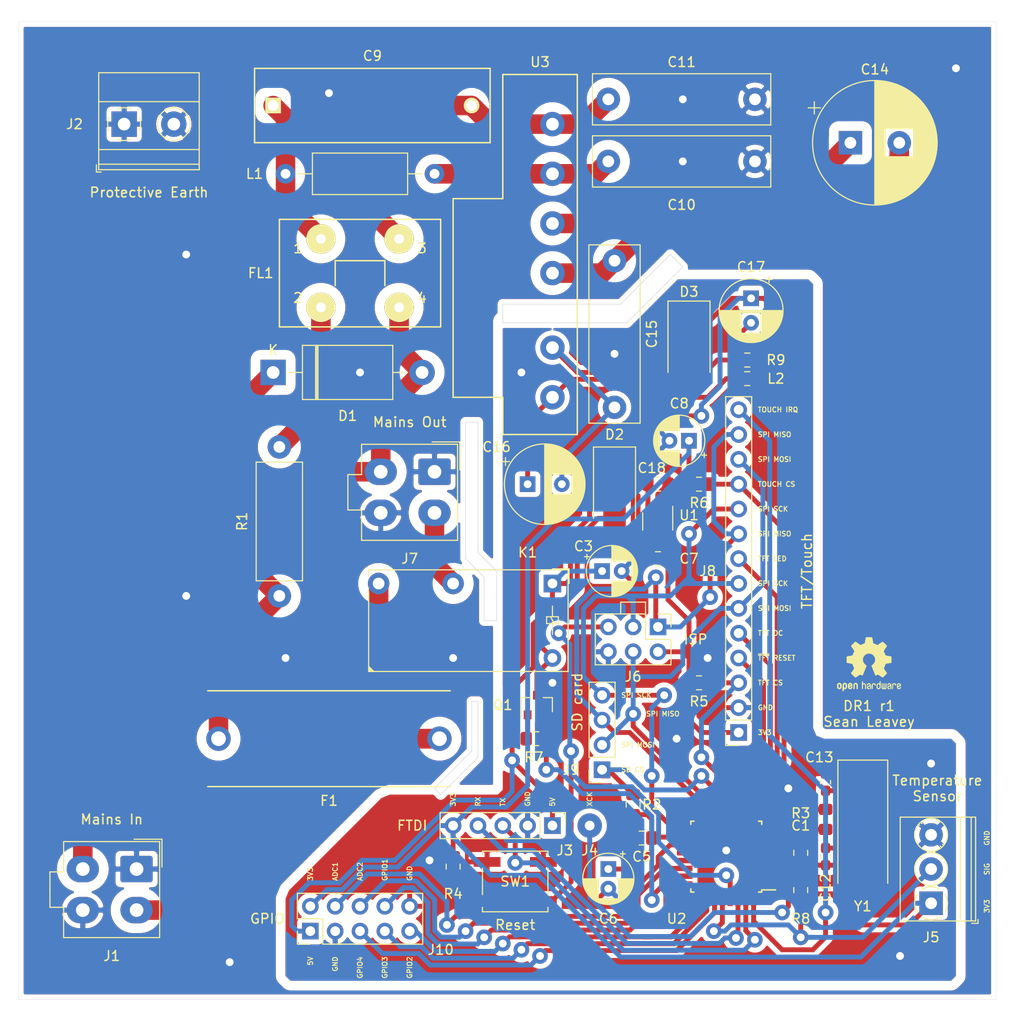
<source format=kicad_pcb>
(kicad_pcb (version 20171130) (host pcbnew 5.1.2-f72e74a~84~ubuntu18.04.1)
  (layers (0 F.Cu signal) (31 B.Cu signal) (34 B.Paste user) (35 F.Paste user) (36 B.SilkS user) (37 F.SilkS user) (38 B.Mask user) (39 F.Mask user) (44 Edge.Cuts user))
  (net 0 "")
  (net 1 /3V3)
  (net 2 GND)
  (net 3 /5V)
  (net 4 "Net-(C7-Pad1)")
  (net 5 "Net-(C9-Pad1)")
  (net 6 "Net-(C11-Pad2)")
  (net 7 Earth_Protective)
  (net 8 "Net-(C10-Pad1)")
  (net 9 "Net-(C12-Pad2)")
  (net 10 "Net-(C13-Pad2)")
  (net 11 "Net-(C14-Pad1)")
  (net 12 "Net-(C14-Pad2)")
  (net 13 "Net-(C15-Pad1)")
  (net 14 "Net-(C16-Pad1)")
  (net 15 "Net-(D1-Pad1)")
  (net 16 /Neutral)
  (net 17 "Net-(D2-Pad2)")
  (net 18 /Live)
  (net 19 /UART_TXD)
  (net 20 /UART_RXD)
  (net 21 /USART_XCK)
  (net 22 /DS18B20)
  (net 23 /SPI_MISO)
  (net 24 /SPI_SCK)
  (net 25 /SPI_MOSI)
  (net 26 /~RESET)
  (net 27 /Relay_Live)
  (net 28 /TFT_CS)
  (net 29 /~TFT_RESET)
  (net 30 /TFT_DC)
  (net 31 /TFT_LED)
  (net 32 /TOUCH_CS)
  (net 33 /TOUCH_IRQ)
  (net 34 /SD_CS)
  (net 35 /ADC1)
  (net 36 /ADC2)
  (net 37 /GPIO1)
  (net 38 /GPIO2)
  (net 39 /GPIO3)
  (net 40 /GPIO4)
  (net 41 "Net-(Q1-Pad1)")
  (net 42 /RELAY)
  (net 43 "Net-(FL1-Pad2)")
  (net 44 "Net-(U2-Pad1)")
  (module Symbol:OSHW-Logo2_7.3x6mm_SilkScreen (layer F.Cu) (at 190.5 111.76)
    (fp_text reference REF** hide)
    (fp_text value OSHW-Logo2_7.3x6mm_SilkScreen hide)
  )
  (module Board_Outlines:100mmx100mm (layer F.Cu) (at 103.505 146.05)
    (fp_text reference Ref** hide)
    (fp_text value 100mmx100mm hide)
    (fp_line (start 0 0) (end 100 0) (layer Edge.Cuts) (width 0.025))
    (fp_line (start 0 0) (end 0 -100) (layer Edge.Cuts) (width 0.025))
    (fp_line (start 0 -100) (end 100 -100) (layer Edge.Cuts) (width 0.025))
    (fp_line (start 100 -100) (end 100 0) (layer Edge.Cuts) (width 0.025))
  )
  (module SMPS_Mornsun:Mornsun_LS01-15BxxSS (layer F.Cu) (at 158.115 71.755 270)
    (fp_text reference U3 (at -21.59 1.27) (layer F.SilkS))
    (fp_text value LS01-15Bxx)
    (pad 12 thru_hole circle (at 12.7 0 270) (size 2.5 2.5) (drill 1.3) (layers *.Cu *.Mask) (net 14 "Net-(C16-Pad1)"))
    (pad 10 thru_hole circle (at 7.62 0 270) (size 2.5 2.5) (drill 1.3) (layers *.Cu *.Mask) (net 13 "Net-(C15-Pad1)"))
    (pad 3 thru_hole circle (at -10.16 0 270) (size 2.5 2.5) (drill 1.3) (layers *.Cu *.Mask) (net 8 "Net-(C10-Pad1)"))
    (pad 5 thru_hole circle (at -5.08 0 270) (size 2.5 2.5) (drill 1.3) (layers *.Cu *.Mask) (net 11 "Net-(C14-Pad1)"))
    (pad 1 thru_hole circle (at -15.24 0 270) (size 2.5 2.5) (drill 1.3) (layers *.Cu *.Mask) (net 6 "Net-(C11-Pad2)"))
    (pad 7 thru_hole circle (at 0 0 270) (size 2.5 2.5) (drill 1.3) (layers *.Cu *.Mask) (net 12 "Net-(C14-Pad2)"))
  )
  (module Capacitor_THT:CP_Radial_D8.0mm_P3.50mm (layer F.Cu) (at 155.575 93.345)
    (fp_text reference C16 (at -3.175 -3.81) (layer F.SilkS))
    (fp_text value 150u/35V)
    (pad 1 thru_hole rect (at 0 0) (size 1.6 1.6) (drill 0.8) (layers *.Cu *.Mask) (net 14 "Net-(C16-Pad1)"))
    (pad 2 thru_hole circle (at 3.5 0) (size 1.6 1.6) (drill 0.8) (layers *.Cu *.Mask) (net 13 "Net-(C15-Pad1)"))
  )
  (module Resistor_SMD:R_0805_2012Metric_Pad1.15x1.40mm_HandSolder (layer F.Cu) (at 173.11 93.345)
    (fp_text reference R6 (at 0 1.905) (layer F.SilkS))
    (fp_text value 10k)
    (pad 2 smd roundrect (at 1.025 0) (size 1.15 1.4) (layers F.Cu F.Paste F.Mask) (roundrect_rratio 0.217391) (net 32 /TOUCH_CS))
    (pad 1 smd roundrect (at -1.025 0) (size 1.15 1.4) (layers F.Cu F.Paste F.Mask) (roundrect_rratio 0.217391) (net 1 /3V3))
  )
  (module Capacitor_SMD:C_0805_2012Metric_Pad1.15x1.40mm_HandSolder (layer F.Cu) (at 183.515 131.055 90)
    (fp_text reference C1 (at 2.785 0 180) (layer F.SilkS))
    (fp_text value 100n)
    (pad 1 smd roundrect (at -1.025 0 90) (size 1.15 1.4) (layers F.Cu F.Paste F.Mask) (roundrect_rratio 0.217391) (net 1 /3V3))
    (pad 2 smd roundrect (at 1.025 0 90) (size 1.15 1.4) (layers F.Cu F.Paste F.Mask) (roundrect_rratio 0.217391) (net 2 GND))
  )
  (module Capacitor_THT:CP_Radial_D5.0mm_P2.00mm (layer F.Cu) (at 163.195 102.235)
    (fp_text reference C3 (at -1.905 -2.54) (layer F.SilkS))
    (fp_text value NP)
    (pad 1 thru_hole rect (at 0 0) (size 1.6 1.6) (drill 0.8) (layers *.Cu *.Mask) (net 3 /5V))
    (pad 2 thru_hole circle (at 2 0) (size 1.6 1.6) (drill 0.8) (layers *.Cu *.Mask) (net 2 GND))
  )
  (module Capacitor_SMD:C_0805_2012Metric_Pad1.15x1.40mm_HandSolder (layer F.Cu) (at 167.25 129.54 180)
    (fp_text reference C5 (at 0 -1.905) (layer F.SilkS))
    (fp_text value 100n)
    (pad 1 smd roundrect (at -1.025 0 180) (size 1.15 1.4) (layers F.Cu F.Paste F.Mask) (roundrect_rratio 0.217391) (net 1 /3V3))
    (pad 2 smd roundrect (at 1.025 0 180) (size 1.15 1.4) (layers F.Cu F.Paste F.Mask) (roundrect_rratio 0.217391) (net 2 GND))
  )
  (module Capacitor_THT:CP_Radial_D5.0mm_P2.00mm (layer F.Cu) (at 163.83 132.715 270)
    (fp_text reference C6 (at 5.08 0 180) (layer F.SilkS))
    (fp_text value NP)
    (pad 2 thru_hole circle (at 2 0 270) (size 1.6 1.6) (drill 0.8) (layers *.Cu *.Mask) (net 2 GND))
    (pad 1 thru_hole rect (at 0 0 270) (size 1.6 1.6) (drill 0.8) (layers *.Cu *.Mask) (net 1 /3V3))
  )
  (module Capacitor_SMD:C_0805_2012Metric_Pad1.15x1.40mm_HandSolder (layer F.Cu) (at 168.91 100.965)
    (fp_text reference C7 (at 3.175 0) (layer F.SilkS))
    (fp_text value 10n)
    (pad 1 smd roundrect (at -1.025 0) (size 1.15 1.4) (layers F.Cu F.Paste F.Mask) (roundrect_rratio 0.217391) (net 4 "Net-(C7-Pad1)"))
    (pad 2 smd roundrect (at 1.025 0) (size 1.15 1.4) (layers F.Cu F.Paste F.Mask) (roundrect_rratio 0.217391) (net 1 /3V3))
  )
  (module Capacitor_THT:CP_Radial_D5.0mm_P2.00mm (layer F.Cu) (at 172.085 88.9 180)
    (fp_text reference C8 (at 1 3.81) (layer F.SilkS))
    (fp_text value 10u)
    (pad 2 thru_hole circle (at 2 0 180) (size 1.6 1.6) (drill 0.8) (layers *.Cu *.Mask) (net 2 GND))
    (pad 1 thru_hole rect (at 0 0 180) (size 1.6 1.6) (drill 0.8) (layers *.Cu *.Mask) (net 1 /3V3))
  )
  (module Capacitors_ThroughHole_Kemet:C_Rect_L24_W7.6_P20.3 (layer F.Cu) (at 129.54 54.61)
    (fp_text reference C9 (at 10.16 -5.08) (layer F.SilkS))
    (fp_text value 100n/400V/X)
    (pad 1 thru_hole rect (at 0 0) (size 1.6 1.6) (drill 1.1) (layers *.Cu *.Mask F.SilkS) (net 5 "Net-(C9-Pad1)"))
    (pad 2 thru_hole circle (at 20.3 0) (size 1.6 1.6) (drill 1.1) (layers *.Cu *.Mask F.SilkS) (net 6 "Net-(C11-Pad2)"))
  )
  (module Capacitor_THT:C_Rect_L18.0mm_W5.0mm_P15.00mm_FKS3_FKP3 (layer F.Cu) (at 163.83 60.325)
    (fp_text reference C10 (at 7.5 4.445) (layer F.SilkS))
    (fp_text value 1n/400V/Y)
    (pad 2 thru_hole circle (at 15 0) (size 2.4 2.4) (drill 1.2) (layers *.Cu *.Mask) (net 7 Earth_Protective))
    (pad 1 thru_hole circle (at 0 0) (size 2.4 2.4) (drill 1.2) (layers *.Cu *.Mask) (net 8 "Net-(C10-Pad1)"))
  )
  (module Capacitor_THT:C_Rect_L18.0mm_W5.0mm_P15.00mm_FKS3_FKP3 (layer F.Cu) (at 178.83 53.975 180)
    (fp_text reference C11 (at 7.5 3.81) (layer F.SilkS))
    (fp_text value 1n/400V/Y)
    (pad 1 thru_hole circle (at 0 0 180) (size 2.4 2.4) (drill 1.2) (layers *.Cu *.Mask) (net 7 Earth_Protective))
    (pad 2 thru_hole circle (at 15 0 180) (size 2.4 2.4) (drill 1.2) (layers *.Cu *.Mask) (net 6 "Net-(C11-Pad2)"))
  )
  (module Capacitor_SMD:C_0603_1608Metric_Pad1.05x0.95mm_HandSolder (layer F.Cu) (at 186.055 131.445 90)
    (fp_text reference C12 (at -3.175 0 90) (layer F.SilkS))
    (fp_text value NP)
    (pad 1 smd roundrect (at -0.875 0 90) (size 1.05 0.95) (layers F.Cu F.Paste F.Mask) (net 2 GND))
    (pad 2 smd roundrect (at 0.875 0 90) (size 1.05 0.95) (layers F.Cu F.Paste F.Mask) (net 9 "Net-(C12-Pad2)"))
  )
  (module Capacitor_SMD:C_0603_1608Metric_Pad1.05x0.95mm_HandSolder (layer F.Cu) (at 186.055 123.825 270)
    (fp_text reference C13 (at -2.54 0.635 180) (layer F.SilkS))
    (fp_text value NP)
    (pad 2 smd roundrect (at 0.875 0 270) (size 1.05 0.95) (layers F.Cu F.Paste F.Mask) (net 10 "Net-(C13-Pad2)"))
    (pad 1 smd roundrect (at -0.875 0 270) (size 1.05 0.95) (layers F.Cu F.Paste F.Mask) (net 2 GND))
  )
  (module Capacitor_THT:CP_Radial_D12.5mm_P5.00mm (layer F.Cu) (at 188.595 58.42)
    (fp_text reference C14 (at 2.5 -7.5) (layer F.SilkS))
    (fp_text value 10u/400V)
    (pad 1 thru_hole rect (at 0 0) (size 2.4 2.4) (drill 1.2) (layers *.Cu *.Mask) (net 11 "Net-(C14-Pad1)"))
    (pad 2 thru_hole circle (at 5 0) (size 2.4 2.4) (drill 1.2) (layers *.Cu *.Mask) (net 12 "Net-(C14-Pad2)"))
  )
  (module Capacitor_THT:C_Rect_L18.0mm_W5.0mm_P15.00mm_FKS3_FKP3 (layer F.Cu) (at 164.465 85.485 90)
    (fp_text reference C15 (at 7.5 3.81 90) (layer F.SilkS))
    (fp_text value 1n/400V/Y)
    (pad 1 thru_hole circle (at 0 0 90) (size 2.4 2.4) (drill 1.2) (layers *.Cu *.Mask) (net 13 "Net-(C15-Pad1)"))
    (pad 2 thru_hole circle (at 15 0 90) (size 2.4 2.4) (drill 1.2) (layers *.Cu *.Mask) (net 12 "Net-(C14-Pad2)"))
  )
  (module Capacitor_THT:CP_Radial_D6.3mm_P2.50mm (layer F.Cu) (at 178.435 74.335 270)
    (fp_text reference C17 (at -3.215 0 180) (layer F.SilkS))
    (fp_text value 68u/35V)
    (pad 1 thru_hole rect (at 0 0 270) (size 1.6 1.6) (drill 0.8) (layers *.Cu *.Mask) (net 3 /5V))
    (pad 2 thru_hole circle (at 2.5 0 270) (size 1.6 1.6) (drill 0.8) (layers *.Cu *.Mask) (net 13 "Net-(C15-Pad1)"))
  )
  (module Capacitor_SMD:C_0805_2012Metric_Pad1.15x1.40mm_HandSolder (layer F.Cu) (at 168.91 93.345)
    (fp_text reference C18 (at -0.635 -1.65) (layer F.SilkS))
    (fp_text value 100n)
    (pad 2 smd roundrect (at 1.025 0) (size 1.15 1.4) (layers F.Cu F.Paste F.Mask) (roundrect_rratio 0.217391) (net 2 GND))
    (pad 1 smd roundrect (at -1.025 0) (size 1.15 1.4) (layers F.Cu F.Paste F.Mask) (roundrect_rratio 0.217391) (net 3 /5V))
  )
  (module Diode_THT:D_DO-201AE_P15.24mm_Horizontal (layer F.Cu) (at 129.54 81.915)
    (fp_text reference D1 (at 7.62 4.445) (layer F.SilkS))
    (fp_text value 1.5KExxCA)
    (fp_text user K (at 0 -2.3) (layer F.SilkS))
    (pad 1 thru_hole rect (at 0 0) (size 2.6 2.6) (drill 1.3) (layers *.Cu *.Mask) (net 15 "Net-(D1-Pad1)"))
    (pad 2 thru_hole oval (at 15.24 0) (size 2.6 2.6) (drill 1.3) (layers *.Cu *.Mask) (net 16 /Neutral))
  )
  (module Diode_SMD:D_SMB_Handsoldering (layer F.Cu) (at 164.465 94.14 270)
    (fp_text reference D2 (at -5.875 0 180) (layer F.SilkS))
    (fp_text value 1N4148)
    (pad 1 smd rect (at -2.7 0 270) (size 3.5 2.3) (layers F.Cu F.Paste F.Mask) (net 3 /5V))
    (pad 2 smd rect (at 2.7 0 270) (size 3.5 2.3) (layers F.Cu F.Paste F.Mask) (net 17 "Net-(D2-Pad2)"))
  )
  (module Diode_SMD:D_SMB_Handsoldering (layer F.Cu) (at 172.085 79.215 270)
    (fp_text reference D3 (at -5.555 0 180) (layer F.SilkS))
    (fp_text value SMBJ7.0A)
    (pad 2 smd rect (at 2.7 0 270) (size 3.5 2.3) (layers F.Cu F.Paste F.Mask) (net 13 "Net-(C15-Pad1)"))
    (pad 1 smd rect (at -2.7 0 270) (size 3.5 2.3) (layers F.Cu F.Paste F.Mask) (net 3 /5V))
  )
  (module Fuse_Holders_Wurth:Wurth_64900001039 (layer F.Cu) (at 135.255 119.38)
    (fp_text reference F1 (at 0 6.35) (layer F.SilkS))
    (fp_text value 10mA/Q hide)
    (pad 1 thru_hole circle (at -11.3 0) (size 2.5 2.5) (drill 1.5) (layers *.Cu *.Mask) (net 15 "Net-(D1-Pad1)"))
    (pad 2 thru_hole circle (at 11.3 0) (size 2.5 2.5) (drill 1.5) (layers *.Cu *.Mask) (net 18 /Live))
  )
  (module Choke_Common-Mode_Epcos:CommonModeChoke_Epcos-B82730U (layer F.Cu) (at 138.43 71.755)
    (fp_text reference FL1 (at -10.16 0) (layer F.SilkS))
    (fp_text value 1m/400V)
    (fp_text user 2 (at -6.35 2.54) (layer F.SilkS))
    (fp_text user 4 (at 6.35 2.54) (layer F.SilkS))
    (fp_text user 3 (at 6.35 -2.54) (layer F.SilkS))
    (fp_text user 1 (at -6.35 -2.54) (layer F.SilkS))
    (pad 1 thru_hole circle (at -4 -3.5) (size 3 3) (drill 1) (layers *.Cu *.Mask F.SilkS) (net 5 "Net-(C9-Pad1)"))
    (pad 3 thru_hole circle (at 4 -3.5) (size 3 3) (drill 1) (layers *.Cu *.Mask F.SilkS) (net 6 "Net-(C11-Pad2)"))
    (pad 4 thru_hole circle (at 4 3.5) (size 3 3) (drill 1) (layers *.Cu *.Mask F.SilkS) (net 16 /Neutral))
    (pad 2 thru_hole circle (at -4 3.5) (size 3 3) (drill 1) (layers *.Cu *.Mask F.SilkS) (net 43 "Net-(FL1-Pad2)"))
  )
  (module Connector_Molex:Molex_Mini-Fit_Jr_5566-04A_2x02_P4.20mm_Vertical (layer F.Cu) (at 115.57 132.715 270)
    (fp_text reference J1 (at 8.89 2.54 180) (layer F.SilkS))
    (fp_text value "Mains In")
    (pad 4 thru_hole oval (at 4.2 5.5 270) (size 2.7 3.3) (drill 1.4) (layers *.Cu *.Mask) (net 7 Earth_Protective))
    (pad 3 thru_hole oval (at 0 5.5 270) (size 2.7 3.3) (drill 1.4) (layers *.Cu *.Mask) (net 16 /Neutral))
    (pad 2 thru_hole oval (at 4.2 0 270) (size 2.7 3.3) (drill 1.4) (layers *.Cu *.Mask) (net 18 /Live))
    (pad 1 thru_hole roundrect (at 0 0 270) (size 2.7 3.3) (drill 1.4) (layers *.Cu *.Mask) (roundrect_rratio 0.09259299999999999) (net 7 Earth_Protective))
  )
  (module TerminalBlock_Phoenix:TerminalBlock_Phoenix_MKDS-1,5-2-5.08_1x02_P5.08mm_Horizontal (layer F.Cu) (at 114.3 56.515)
    (fp_text reference J2 (at -5.08 0) (layer F.SilkS))
    (fp_text value "Enclosure earth")
    (pad 1 thru_hole rect (at 0 0) (size 2.6 2.6) (drill 1.3) (layers *.Cu *.Mask) (net 7 Earth_Protective))
    (pad 2 thru_hole circle (at 5.08 0) (size 2.6 2.6) (drill 1.3) (layers *.Cu *.Mask) (net 7 Earth_Protective))
  )
  (module Connector_PinHeader_2.54mm:PinHeader_1x05_P2.54mm_Vertical (layer F.Cu) (at 158.115 128.27 270)
    (fp_text reference J3 (at 2.54 -1.27 180) (layer F.SilkS))
    (fp_text value FTDI)
    (pad 1 thru_hole rect (at 0 0 270) (size 1.7 1.7) (drill 1) (layers *.Cu *.Mask) (net 3 /5V))
    (pad 2 thru_hole oval (at 0 2.54 270) (size 1.7 1.7) (drill 1) (layers *.Cu *.Mask) (net 2 GND))
    (pad 3 thru_hole oval (at 0 5.08 270) (size 1.7 1.7) (drill 1) (layers *.Cu *.Mask) (net 19 /UART_TXD))
    (pad 4 thru_hole oval (at 0 7.62 270) (size 1.7 1.7) (drill 1) (layers *.Cu *.Mask) (net 20 /UART_RXD))
    (pad 5 thru_hole oval (at 0 10.16 270) (size 1.7 1.7) (drill 1) (layers *.Cu *.Mask) (net 1 /3V3))
  )
  (module TerminalBlock_Phoenix:TerminalBlock_Phoenix_PT-1,5-3-3.5-H_1x03_P3.50mm_Horizontal (layer F.Cu) (at 196.85 136.215 90)
    (fp_text reference J5 (at -3.485 0 180) (layer F.SilkS))
    (fp_text value DS18B20)
    (pad 1 thru_hole rect (at 0 0 90) (size 2.4 2.4) (drill 1.2) (layers *.Cu *.Mask) (net 1 /3V3))
    (pad 2 thru_hole circle (at 3.5 0 90) (size 2.4 2.4) (drill 1.2) (layers *.Cu *.Mask) (net 22 /DS18B20))
    (pad 3 thru_hole circle (at 7 0 90) (size 2.4 2.4) (drill 1.2) (layers *.Cu *.Mask) (net 2 GND))
  )
  (module Connector_PinHeader_2.54mm:PinHeader_2x03_P2.54mm_Vertical (layer F.Cu) (at 168.91 107.95 270)
    (fp_text reference J6 (at 5.08 2.54 180) (layer F.SilkS))
    (fp_text value AVR-ISP-6)
    (pad 1 thru_hole rect (at 0 0 270) (size 1.7 1.7) (drill 1) (layers *.Cu *.Mask) (net 23 /SPI_MISO))
    (pad 2 thru_hole oval (at 2.54 0 270) (size 1.7 1.7) (drill 1) (layers *.Cu *.Mask) (net 1 /3V3))
    (pad 3 thru_hole oval (at 0 2.54 270) (size 1.7 1.7) (drill 1) (layers *.Cu *.Mask) (net 24 /SPI_SCK))
    (pad 4 thru_hole oval (at 2.54 2.54 270) (size 1.7 1.7) (drill 1) (layers *.Cu *.Mask) (net 25 /SPI_MOSI))
    (pad 5 thru_hole oval (at 0 5.08 270) (size 1.7 1.7) (drill 1) (layers *.Cu *.Mask) (net 26 /~RESET))
    (pad 6 thru_hole oval (at 2.54 5.08 270) (size 1.7 1.7) (drill 1) (layers *.Cu *.Mask) (net 2 GND))
  )
  (module Connector_Molex:Molex_Mini-Fit_Jr_5566-04A_2x02_P4.20mm_Vertical (layer F.Cu) (at 146.05 92.075 270)
    (fp_text reference J7 (at 8.89 2.54 180) (layer F.SilkS))
    (fp_text value "Mains Out")
    (pad 1 thru_hole roundrect (at 0 0 270) (size 2.7 3.3) (drill 1.4) (layers *.Cu *.Mask) (roundrect_rratio 0.09259299999999999) (net 7 Earth_Protective))
    (pad 2 thru_hole oval (at 4.2 0 270) (size 2.7 3.3) (drill 1.4) (layers *.Cu *.Mask) (net 27 /Relay_Live))
    (pad 3 thru_hole oval (at 0 5.5 270) (size 2.7 3.3) (drill 1.4) (layers *.Cu *.Mask) (net 16 /Neutral))
    (pad 4 thru_hole oval (at 4.2 5.5 270) (size 2.7 3.3) (drill 1.4) (layers *.Cu *.Mask) (net 7 Earth_Protective))
  )
  (module Connector_PinSocket_2.54mm:PinSocket_1x14_P2.54mm_Vertical (layer F.Cu) (at 177.165 118.745 180)
    (fp_text reference J8 (at 3.175 16.51) (layer F.SilkS))
    (fp_text value TFT/Touch)
    (pad 1 thru_hole rect (at 0 0 180) (size 1.7 1.7) (drill 1) (layers *.Cu *.Mask) (net 1 /3V3))
    (pad 2 thru_hole oval (at 0 2.54 180) (size 1.7 1.7) (drill 1) (layers *.Cu *.Mask) (net 2 GND))
    (pad 3 thru_hole oval (at 0 5.08 180) (size 1.7 1.7) (drill 1) (layers *.Cu *.Mask) (net 28 /TFT_CS))
    (pad 4 thru_hole oval (at 0 7.62 180) (size 1.7 1.7) (drill 1) (layers *.Cu *.Mask) (net 29 /~TFT_RESET))
    (pad 5 thru_hole oval (at 0 10.16 180) (size 1.7 1.7) (drill 1) (layers *.Cu *.Mask) (net 30 /TFT_DC))
    (pad 6 thru_hole oval (at 0 12.7 180) (size 1.7 1.7) (drill 1) (layers *.Cu *.Mask) (net 25 /SPI_MOSI))
    (pad 7 thru_hole oval (at 0 15.24 180) (size 1.7 1.7) (drill 1) (layers *.Cu *.Mask) (net 24 /SPI_SCK))
    (pad 8 thru_hole oval (at 0 17.78 180) (size 1.7 1.7) (drill 1) (layers *.Cu *.Mask) (net 31 /TFT_LED))
    (pad 9 thru_hole oval (at 0 20.32 180) (size 1.7 1.7) (drill 1) (layers *.Cu *.Mask) (net 23 /SPI_MISO))
    (pad 10 thru_hole oval (at 0 22.86 180) (size 1.7 1.7) (drill 1) (layers *.Cu *.Mask) (net 24 /SPI_SCK))
    (pad 11 thru_hole oval (at 0 25.4 180) (size 1.7 1.7) (drill 1) (layers *.Cu *.Mask) (net 32 /TOUCH_CS))
    (pad 12 thru_hole oval (at 0 27.94 180) (size 1.7 1.7) (drill 1) (layers *.Cu *.Mask) (net 25 /SPI_MOSI))
    (pad 13 thru_hole oval (at 0 30.48 180) (size 1.7 1.7) (drill 1) (layers *.Cu *.Mask) (net 23 /SPI_MISO))
    (pad 14 thru_hole oval (at 0 33.02 180) (size 1.7 1.7) (drill 1) (layers *.Cu *.Mask) (net 33 /TOUCH_IRQ))
  )
  (module Connector_PinSocket_2.54mm:PinSocket_1x04_P2.54mm_Vertical (layer F.Cu) (at 163.195 122.555 180)
    (fp_text reference J9 (at 3.175 0) (layer F.SilkS))
    (fp_text value SD)
    (pad 1 thru_hole rect (at 0 0 180) (size 1.7 1.7) (drill 1) (layers *.Cu *.Mask) (net 34 /SD_CS))
    (pad 2 thru_hole oval (at 0 2.54 180) (size 1.7 1.7) (drill 1) (layers *.Cu *.Mask) (net 25 /SPI_MOSI))
    (pad 3 thru_hole oval (at 0 5.08 180) (size 1.7 1.7) (drill 1) (layers *.Cu *.Mask) (net 23 /SPI_MISO))
    (pad 4 thru_hole oval (at 0 7.62 180) (size 1.7 1.7) (drill 1) (layers *.Cu *.Mask) (net 24 /SPI_SCK))
  )
  (module Relay_THT:Relay_SPST_Finder_32.21-x300 (layer F.Cu) (at 158.115 103.505 180)
    (fp_text reference K1 (at 2.54 3.175 180) (layer F.SilkS))
    (fp_text value FINDER-32.21-x300)
    (pad A1 thru_hole rect (at 0 0 270) (size 1.8 1.8) (drill 1) (layers *.Cu *.Mask) (net 3 /5V))
    (pad A2 thru_hole circle (at 0 -7.62 270) (size 1.8 1.8) (drill 1) (layers *.Cu *.Mask) (net 17 "Net-(D2-Pad2)"))
    (pad 11 thru_hole circle (at 10.16 0 270) (size 2.2 2.2) (drill 1.2) (layers *.Cu *.Mask) (net 27 /Relay_Live))
    (pad 14 thru_hole circle (at 17.78 0 270) (size 2.2 2.2) (drill 1.2) (layers *.Cu *.Mask) (net 18 /Live))
  )
  (module Inductor_THT:L_Axial_L9.5mm_D4.0mm_P15.24mm_Horizontal_Fastron_SMCC (layer F.Cu) (at 130.81 61.595)
    (fp_text reference L1 (at -3.175 0) (layer F.SilkS))
    (fp_text value 1m/400V)
    (pad 1 thru_hole circle (at 0 0) (size 2 2) (drill 1) (layers *.Cu *.Mask) (net 5 "Net-(C9-Pad1)"))
    (pad 2 thru_hole oval (at 15.24 0) (size 2 2) (drill 1) (layers *.Cu *.Mask) (net 8 "Net-(C10-Pad1)"))
  )
  (module Inductor_SMD:L_0805_2012Metric_Pad1.15x1.40mm_HandSolder (layer F.Cu) (at 178.045 82.55)
    (fp_text reference L2 (at 2.93 0) (layer F.SilkS))
    (fp_text value 2u2)
    (pad 1 smd roundrect (at -1.025 0) (size 1.15 1.4) (layers F.Cu F.Paste F.Mask) (roundrect_rratio 0.217391) (net 14 "Net-(C16-Pad1)"))
    (pad 2 smd roundrect (at 1.025 0) (size 1.15 1.4) (layers F.Cu F.Paste F.Mask) (roundrect_rratio 0.217391) (net 3 /5V))
  )
  (module Package_TO_SOT_SMD:SOT-23 (layer F.Cu) (at 156.525 115.935 90)
    (fp_text reference Q1 (at 0 -3.49 180) (layer F.SilkS))
    (fp_text value MMBT3904)
    (pad 1 smd rect (at -1 -0.95 90) (size 0.9 0.8) (layers F.Cu F.Paste F.Mask) (net 41 "Net-(Q1-Pad1)"))
    (pad 2 smd rect (at -1 0.95 90) (size 0.9 0.8) (layers F.Cu F.Paste F.Mask) (net 2 GND))
    (pad 3 smd rect (at 1 0 90) (size 0.9 0.8) (layers F.Cu F.Paste F.Mask) (net 17 "Net-(D2-Pad2)"))
  )
  (module Resistor_THT:R_Axial_DIN0414_L11.9mm_D4.5mm_P15.24mm_Horizontal (layer F.Cu) (at 130.175 89.535 270)
    (fp_text reference R1 (at 7.62 3.81 90) (layer F.SilkS))
    (fp_text value 220R/400V/2W)
    (pad 1 thru_hole circle (at 0 0 270) (size 2.4 2.4) (drill 1.2) (layers *.Cu *.Mask) (net 43 "Net-(FL1-Pad2)"))
    (pad 2 thru_hole oval (at 15.24 0 270) (size 2.4 2.4) (drill 1.2) (layers *.Cu *.Mask) (net 15 "Net-(D1-Pad1)"))
  )
  (module Resistor_SMD:R_0805_2012Metric_Pad1.15x1.40mm_HandSolder (layer F.Cu) (at 166.37 126.12 90)
    (fp_text reference R2 (at 0 1.905 180) (layer F.SilkS))
    (fp_text value 10k)
    (pad 1 smd roundrect (at -1.025 0 90) (size 1.15 1.4) (layers F.Cu F.Paste F.Mask) (roundrect_rratio 0.217391) (net 1 /3V3))
    (pad 2 smd roundrect (at 1.025 0 90) (size 1.15 1.4) (layers F.Cu F.Paste F.Mask) (roundrect_rratio 0.217391) (net 34 /SD_CS))
  )
  (module Resistor_SMD:R_0805_2012Metric_Pad1.15x1.40mm_HandSolder (layer F.Cu) (at 186.055 127.635 90)
    (fp_text reference R3 (at 0.635 -2.54 180) (layer F.SilkS))
    (fp_text value NP)
    (pad 1 smd roundrect (at -1.025 0 90) (size 1.15 1.4) (layers F.Cu F.Paste F.Mask) (roundrect_rratio 0.217391) (net 9 "Net-(C12-Pad2)"))
    (pad 2 smd roundrect (at 1.025 0 90) (size 1.15 1.4) (layers F.Cu F.Paste F.Mask) (roundrect_rratio 0.217391) (net 10 "Net-(C13-Pad2)"))
  )
  (module Resistor_SMD:R_0805_2012Metric_Pad1.15x1.40mm_HandSolder (layer F.Cu) (at 147.955 132.47 270)
    (fp_text reference R4 (at 2.785 0 180) (layer F.SilkS))
    (fp_text value 10k)
    (pad 2 smd roundrect (at 1.025 0 270) (size 1.15 1.4) (layers F.Cu F.Paste F.Mask) (roundrect_rratio 0.217391) (net 26 /~RESET))
    (pad 1 smd roundrect (at -1.025 0 270) (size 1.15 1.4) (layers F.Cu F.Paste F.Mask) (roundrect_rratio 0.217391) (net 1 /3V3))
  )
  (module Resistor_SMD:R_0805_2012Metric_Pad1.15x1.40mm_HandSolder (layer F.Cu) (at 173.11 113.665)
    (fp_text reference R5 (at 0 1.905) (layer F.SilkS))
    (fp_text value 10k)
    (pad 2 smd roundrect (at 1.025 0) (size 1.15 1.4) (layers F.Cu F.Paste F.Mask) (roundrect_rratio 0.217391) (net 28 /TFT_CS))
    (pad 1 smd roundrect (at -1.025 0) (size 1.15 1.4) (layers F.Cu F.Paste F.Mask) (roundrect_rratio 0.217391) (net 1 /3V3))
  )
  (module Resistor_SMD:R_0805_2012Metric_Pad1.15x1.40mm_HandSolder (layer F.Cu) (at 156.455 119.38)
    (fp_text reference R7 (at -0.245 1.905) (layer F.SilkS))
    (fp_text value 3k01)
    (pad 1 smd roundrect (at -1.025 0) (size 1.15 1.4) (layers F.Cu F.Paste F.Mask) (roundrect_rratio 0.217391) (net 41 "Net-(Q1-Pad1)"))
    (pad 2 smd roundrect (at 1.025 0) (size 1.15 1.4) (layers F.Cu F.Paste F.Mask) (roundrect_rratio 0.217391) (net 42 /RELAY))
  )
  (module Resistor_SMD:R_0805_2012Metric_Pad1.15x1.40mm_HandSolder (layer F.Cu) (at 183.515 134.865 270)
    (fp_text reference R8 (at 2.93 0 180) (layer F.SilkS))
    (fp_text value 4k64)
    (pad 1 smd roundrect (at -1.025 0 270) (size 1.15 1.4) (layers F.Cu F.Paste F.Mask) (roundrect_rratio 0.217391) (net 1 /3V3))
    (pad 2 smd roundrect (at 1.025 0 270) (size 1.15 1.4) (layers F.Cu F.Paste F.Mask) (roundrect_rratio 0.217391) (net 22 /DS18B20))
  )
  (module Resistor_SMD:R_0805_2012Metric_Pad1.15x1.40mm_HandSolder (layer F.Cu) (at 178.045 80.645 180)
    (fp_text reference R9 (at -2.93 0) (layer F.SilkS))
    (fp_text value NP)
    (pad 1 smd roundrect (at -1.025 0 180) (size 1.15 1.4) (layers F.Cu F.Paste F.Mask) (roundrect_rratio 0.217391) (net 3 /5V))
    (pad 2 smd roundrect (at 1.025 0 180) (size 1.15 1.4) (layers F.Cu F.Paste F.Mask) (roundrect_rratio 0.217391) (net 13 "Net-(C15-Pad1)"))
  )
  (module Button_Switch_SMD:SW_SPST_EVQP0 (layer F.Cu) (at 154.305 133.985 180)
    (fp_text reference SW1 (at 0 0) (layer F.SilkS))
    (fp_text value NP)
    (pad 1 smd rect (at 2.88 -2 180) (size 2.75 1) (layers F.Cu F.Paste F.Mask) (net 26 /~RESET))
    (pad 1 smd rect (at -2.88 -2 180) (size 2.75 1) (layers F.Cu F.Paste F.Mask) (net 26 /~RESET))
    (pad 2 smd rect (at -2.88 2 180) (size 2.75 1) (layers F.Cu F.Paste F.Mask) (net 2 GND))
    (pad 2 smd rect (at 2.88 2 180) (size 2.75 1) (layers F.Cu F.Paste F.Mask) (net 2 GND))
  )
  (module Package_TO_SOT_SMD:TSOT-23-5 (layer F.Cu) (at 168.91 97.155 270)
    (fp_text reference U1 (at -0.635 -3.175 180) (layer F.SilkS))
    (fp_text value LT1761-3.3)
    (pad 1 smd rect (at -1.31 -0.95 270) (size 1.22 0.65) (layers F.Cu F.Paste F.Mask) (net 3 /5V))
    (pad 2 smd rect (at -1.31 0 270) (size 1.22 0.65) (layers F.Cu F.Paste F.Mask) (net 2 GND))
    (pad 3 smd rect (at -1.31 0.95 270) (size 1.22 0.65) (layers F.Cu F.Paste F.Mask) (net 3 /5V))
    (pad 4 smd rect (at 1.31 0.95 270) (size 1.22 0.65) (layers F.Cu F.Paste F.Mask) (net 4 "Net-(C7-Pad1)"))
    (pad 5 smd rect (at 1.31 -0.95 270) (size 1.22 0.65) (layers F.Cu F.Paste F.Mask) (net 1 /3V3))
  )
  (module Package_QFP:TQFP-32_7x7mm_P0.8mm (layer F.Cu) (at 175.895 131.445 180)
    (fp_text reference U2 (at 5.08 -6.35) (layer F.SilkS))
    (fp_text value ATmega328P-AU)
    (pad 32 smd rect (at -2.8 -4.25 270) (size 1.6 0.55) (layers F.Cu F.Paste F.Mask) (net 33 /TOUCH_IRQ))
    (pad 31 smd rect (at -2 -4.25 270) (size 1.6 0.55) (layers F.Cu F.Paste F.Mask) (net 19 /UART_TXD))
    (pad 30 smd rect (at -1.2 -4.25 270) (size 1.6 0.55) (layers F.Cu F.Paste F.Mask) (net 20 /UART_RXD))
    (pad 29 smd rect (at -0.4 -4.25 270) (size 1.6 0.55) (layers F.Cu F.Paste F.Mask) (net 26 /~RESET))
    (pad 28 smd rect (at 0.4 -4.25 270) (size 1.6 0.55) (layers F.Cu F.Paste F.Mask) (net 22 /DS18B20))
    (pad 27 smd rect (at 1.2 -4.25 270) (size 1.6 0.55) (layers F.Cu F.Paste F.Mask) (net 40 /GPIO4))
    (pad 26 smd rect (at 2 -4.25 270) (size 1.6 0.55) (layers F.Cu F.Paste F.Mask) (net 39 /GPIO3))
    (pad 25 smd rect (at 2.8 -4.25 270) (size 1.6 0.55) (layers F.Cu F.Paste F.Mask) (net 38 /GPIO2))
    (pad 24 smd rect (at 4.25 -2.8 180) (size 1.6 0.55) (layers F.Cu F.Paste F.Mask) (net 37 /GPIO1))
    (pad 23 smd rect (at 4.25 -2 180) (size 1.6 0.55) (layers F.Cu F.Paste F.Mask) (net 42 /RELAY))
    (pad 22 smd rect (at 4.25 -1.2 180) (size 1.6 0.55) (layers F.Cu F.Paste F.Mask) (net 36 /ADC2))
    (pad 21 smd rect (at 4.25 -0.4 180) (size 1.6 0.55) (layers F.Cu F.Paste F.Mask) (net 2 GND))
    (pad 20 smd rect (at 4.25 0.4 180) (size 1.6 0.55) (layers F.Cu F.Paste F.Mask) (net 1 /3V3))
    (pad 19 smd rect (at 4.25 1.2 180) (size 1.6 0.55) (layers F.Cu F.Paste F.Mask) (net 35 /ADC1))
    (pad 18 smd rect (at 4.25 2 180) (size 1.6 0.55) (layers F.Cu F.Paste F.Mask) (net 1 /3V3))
    (pad 17 smd rect (at 4.25 2.8 180) (size 1.6 0.55) (layers F.Cu F.Paste F.Mask) (net 24 /SPI_SCK))
    (pad 16 smd rect (at 2.8 4.25 270) (size 1.6 0.55) (layers F.Cu F.Paste F.Mask) (net 23 /SPI_MISO))
    (pad 15 smd rect (at 2 4.25 270) (size 1.6 0.55) (layers F.Cu F.Paste F.Mask) (net 25 /SPI_MOSI))
    (pad 14 smd rect (at 1.2 4.25 270) (size 1.6 0.55) (layers F.Cu F.Paste F.Mask) (net 34 /SD_CS))
    (pad 13 smd rect (at 0.4 4.25 270) (size 1.6 0.55) (layers F.Cu F.Paste F.Mask) (net 28 /TFT_CS))
    (pad 12 smd rect (at -0.4 4.25 270) (size 1.6 0.55) (layers F.Cu F.Paste F.Mask) (net 29 /~TFT_RESET))
    (pad 11 smd rect (at -1.2 4.25 270) (size 1.6 0.55) (layers F.Cu F.Paste F.Mask) (net 30 /TFT_DC))
    (pad 10 smd rect (at -2 4.25 270) (size 1.6 0.55) (layers F.Cu F.Paste F.Mask) (net 31 /TFT_LED))
    (pad 9 smd rect (at -2.8 4.25 270) (size 1.6 0.55) (layers F.Cu F.Paste F.Mask) (net 32 /TOUCH_CS))
    (pad 8 smd rect (at -4.25 2.8 180) (size 1.6 0.55) (layers F.Cu F.Paste F.Mask) (net 10 "Net-(C13-Pad2)"))
    (pad 7 smd rect (at -4.25 2 180) (size 1.6 0.55) (layers F.Cu F.Paste F.Mask) (net 9 "Net-(C12-Pad2)"))
    (pad 6 smd rect (at -4.25 1.2 180) (size 1.6 0.55) (layers F.Cu F.Paste F.Mask) (net 1 /3V3))
    (pad 5 smd rect (at -4.25 0.4 180) (size 1.6 0.55) (layers F.Cu F.Paste F.Mask) (net 2 GND))
    (pad 4 smd rect (at -4.25 -0.4 180) (size 1.6 0.55) (layers F.Cu F.Paste F.Mask) (net 1 /3V3))
    (pad 3 smd rect (at -4.25 -1.2 180) (size 1.6 0.55) (layers F.Cu F.Paste F.Mask) (net 2 GND))
    (pad 2 smd rect (at -4.25 -2 180) (size 1.6 0.55) (layers F.Cu F.Paste F.Mask) (net 21 /USART_XCK))
    (pad 1 smd rect (at -4.25 -2.8 180) (size 1.6 0.55) (layers F.Cu F.Paste F.Mask) (net 44 "Net-(U2-Pad1)"))
  )
  (module Crystal:Crystal_SMD_HC49-SD (layer F.Cu) (at 189.865 128.27 270)
    (fp_text reference Y1 (at 8.255 0 180) (layer F.SilkS))
    (fp_text value NP)
    (pad 1 smd rect (at -4.25 0 270) (size 4.5 2) (layers F.Cu F.Paste F.Mask) (net 10 "Net-(C13-Pad2)"))
    (pad 2 smd rect (at 4.25 0 270) (size 4.5 2) (layers F.Cu F.Paste F.Mask) (net 9 "Net-(C12-Pad2)"))
  )
  (module Connector_Wire:SolderWirePad_1x01_Drill1mm (layer F.Cu) (at 161.925 128.27 180)
    (fp_text reference J4 (at 0 -2.54) (layer F.SilkS))
    (fp_text value "USART Clock")
    (pad 1 thru_hole circle (at 0 0 180) (size 2.49936 2.49936) (drill 1.00076) (layers *.Cu *.Mask) (net 21 /USART_XCK))
  )
  (module Connector_PinHeader_2.54mm:PinHeader_2x05_P2.54mm_Vertical (layer F.Cu) (at 133.35 139.065 90)
    (fp_text reference J10 (at -1.905 13.335 180) (layer F.SilkS))
    (fp_text value GPIO)
    (pad 1 thru_hole rect (at 0 0 90) (size 1.7 1.7) (drill 1) (layers *.Cu *.Mask) (net 3 /5V))
    (pad 2 thru_hole oval (at 2.54 0 90) (size 1.7 1.7) (drill 1) (layers *.Cu *.Mask) (net 1 /3V3))
    (pad 3 thru_hole oval (at 0 2.54 90) (size 1.7 1.7) (drill 1) (layers *.Cu *.Mask) (net 2 GND))
    (pad 4 thru_hole oval (at 2.54 2.54 90) (size 1.7 1.7) (drill 1) (layers *.Cu *.Mask) (net 35 /ADC1))
    (pad 5 thru_hole oval (at 0 5.08 90) (size 1.7 1.7) (drill 1) (layers *.Cu *.Mask) (net 40 /GPIO4))
    (pad 6 thru_hole oval (at 2.54 5.08 90) (size 1.7 1.7) (drill 1) (layers *.Cu *.Mask) (net 36 /ADC2))
    (pad 7 thru_hole oval (at 0 7.62 90) (size 1.7 1.7) (drill 1) (layers *.Cu *.Mask) (net 39 /GPIO3))
    (pad 8 thru_hole oval (at 2.54 7.62 90) (size 1.7 1.7) (drill 1) (layers *.Cu *.Mask) (net 37 /GPIO1))
    (pad 9 thru_hole oval (at 0 10.16 90) (size 1.7 1.7) (drill 1) (layers *.Cu *.Mask) (net 38 /GPIO2))
    (pad 10 thru_hole oval (at 2.54 10.16 90) (size 1.7 1.7) (drill 1) (layers *.Cu *.Mask) (net 2 GND))
  )
  (gr_line (start 150.495 115.57) (end 149.86 115.57) (layer Edge.Cuts) (width 0.05))
  (gr_line (start 150.495 121.285) (end 150.495 115.57) (layer Edge.Cuts) (width 0.05))
  (gr_line (start 146.685 125.095) (end 150.495 121.285) (layer Edge.Cuts) (width 0.05))
  (gr_line (start 146.05 124.46) (end 146.685 125.095) (layer Edge.Cuts) (width 0.05))
  (gr_line (start 149.86 120.65) (end 146.05 124.46) (layer Edge.Cuts) (width 0.05))
  (gr_line (start 149.86 115.57) (end 149.86 120.65) (layer Edge.Cuts) (width 0.05))
  (gr_line (start 152.4 102.235) (end 150.495 100.33) (layer Edge.Cuts) (width 0.05))
  (gr_line (start 152.4 107.315) (end 152.4 102.235) (layer Edge.Cuts) (width 0.05))
  (gr_line (start 151.13 107.315) (end 152.4 107.315) (layer Edge.Cuts) (width 0.05))
  (gr_line (start 151.13 102.87) (end 151.13 107.315) (layer Edge.Cuts) (width 0.05))
  (gr_line (start 150.495 86.995) (end 149.225 86.995) (layer Edge.Cuts) (width 0.05))
  (gr_line (start 150.495 100.33) (end 150.495 86.995) (layer Edge.Cuts) (width 0.05))
  (gr_line (start 149.225 100.965) (end 151.13 102.87) (layer Edge.Cuts) (width 0.05))
  (gr_line (start 149.225 86.995) (end 149.225 100.965) (layer Edge.Cuts) (width 0.05))
  (gr_line (start 171.45 71.12) (end 170.18 69.85) (layer Edge.Cuts) (width 0.05))
  (gr_line (start 165.735 76.835) (end 171.45 71.12) (layer Edge.Cuts) (width 0.05))
  (gr_line (start 153.035 76.835) (end 165.735 76.835) (layer Edge.Cuts) (width 0.05))
  (gr_line (start 153.035 74.93) (end 153.035 76.835) (layer Edge.Cuts) (width 0.05))
  (gr_line (start 165.1 74.93) (end 153.035 74.93) (layer Edge.Cuts) (width 0.05))
  (gr_line (start 170.18 69.85) (end 165.1 74.93) (layer Edge.Cuts) (width 0.05))
  (gr_text "DR1 r1\nSean Leavey" (at 190.5 116.84) (layer F.SilkS) (effects (font (size 1 1))))
  (gr_text Reset (at 154.305 138.43) (layer F.SilkS) (effects (font (size 1 1))))
  (gr_text TFT/Touch (at 184.15 102.235 90) (layer F.SilkS) (effects (font (size 1 1))))
  (gr_text "SD card" (at 160.655 118.745 90) (layer F.SilkS) (effects (font (size 1 1)) (justify left)))
  (gr_text GPIO (at 130.81 137.795) (layer F.SilkS) (effects (font (size 1 1)) (justify right)))
  (gr_text FTDI (at 145.415 128.27) (layer F.SilkS) (effects (font (size 1 1)) (justify right)))
  (gr_text ISP (at 171.45 109.22) (layer F.SilkS) (effects (font (size 1 1)) (justify left)))
  (gr_text "SD CS" (at 165.1 122.555) (layer F.SilkS) (effects (font (size 0.5 0.5) (thickness 0.1)) (justify left)))
  (gr_text "SPI MOSI" (at 165.1 120.015) (layer F.SilkS) (effects (font (size 0.5 0.5) (thickness 0.1)) (justify left)))
  (gr_text "SPI MISO" (at 167.64 116.84) (layer F.SilkS) (effects (font (size 0.5 0.5) (thickness 0.1)) (justify left)))
  (gr_text "SPI SCK" (at 165.1 114.935) (layer F.SilkS) (effects (font (size 0.5 0.5) (thickness 0.1)) (justify left)))
  (gr_text 3V3 (at 179.07 118.745) (layer F.SilkS) (effects (font (size 0.5 0.5) (thickness 0.1)) (justify left)))
  (gr_text GND (at 179.07 116.205) (layer F.SilkS) (effects (font (size 0.5 0.5) (thickness 0.1)) (justify left)))
  (gr_text "TFT CS" (at 179.07 113.665) (layer F.SilkS) (effects (font (size 0.5 0.5) (thickness 0.1)) (justify left)))
  (gr_text "~TFT RESET" (at 179.07 111.125) (layer F.SilkS) (effects (font (size 0.5 0.5) (thickness 0.1)) (justify left)))
  (gr_text "TFT DC" (at 179.07 108.585) (layer F.SilkS) (effects (font (size 0.5 0.5) (thickness 0.1)) (justify left)))
  (gr_text "TFT LED" (at 179.07 100.965) (layer F.SilkS) (effects (font (size 0.5 0.5) (thickness 0.1)) (justify left)))
  (gr_text "SPI SCK" (at 179.07 103.505) (layer F.SilkS) (effects (font (size 0.5 0.5) (thickness 0.1)) (justify left)))
  (gr_text "SPI MOSI" (at 179.07 106.045) (layer F.SilkS) (effects (font (size 0.5 0.5) (thickness 0.1)) (justify left)))
  (gr_text "SPI MISO" (at 179.07 98.425) (layer F.SilkS) (effects (font (size 0.5 0.5) (thickness 0.1)) (justify left)))
  (gr_text "SPI SCK" (at 179.07 95.885) (layer F.SilkS) (effects (font (size 0.5 0.5) (thickness 0.1)) (justify left)))
  (gr_text "TOUCH CS" (at 179.07 93.345) (layer F.SilkS) (effects (font (size 0.5 0.5) (thickness 0.1)) (justify left)))
  (gr_text "SPI MOSI" (at 179.07 90.805) (layer F.SilkS) (effects (font (size 0.5 0.5) (thickness 0.1)) (justify left)))
  (gr_text "SPI MISO" (at 179.07 88.265) (layer F.SilkS) (effects (font (size 0.5 0.5) (thickness 0.1)) (justify left)))
  (gr_text "TOUCH IRQ" (at 179.07 85.725) (layer F.SilkS) (effects (font (size 0.5 0.5) (thickness 0.1)) (justify left)))
  (gr_text XCK (at 161.925 126.365 90) (layer F.SilkS) (effects (font (size 0.5 0.5) (thickness 0.1)) (justify left)))
  (gr_text 5V (at 158.115 126.365 90) (layer F.SilkS) (effects (font (size 0.5 0.5) (thickness 0.1)) (justify left)))
  (gr_text GND (at 155.575 126.365 90) (layer F.SilkS) (effects (font (size 0.5 0.5) (thickness 0.1)) (justify left)))
  (gr_text TX (at 153.035 126.365 90) (layer F.SilkS) (effects (font (size 0.5 0.5) (thickness 0.1)) (justify left)))
  (gr_text RX (at 150.495 126.365 90) (layer F.SilkS) (effects (font (size 0.5 0.5) (thickness 0.1)) (justify left)))
  (gr_text 3V3 (at 147.955 126.365 90) (layer F.SilkS) (effects (font (size 0.5 0.5) (thickness 0.1)) (justify left)))
  (gr_text GPIO2 (at 143.51 141.605 90) (layer F.SilkS) (effects (font (size 0.5 0.5) (thickness 0.1)) (justify right)))
  (gr_text GPIO3 (at 140.97 141.605 90) (layer F.SilkS) (effects (font (size 0.5 0.5) (thickness 0.1)) (justify right)))
  (gr_text GPIO4 (at 138.43 141.605 90) (layer F.SilkS) (effects (font (size 0.5 0.5) (thickness 0.1)) (justify right)))
  (gr_text GND (at 135.89 141.605 90) (layer F.SilkS) (effects (font (size 0.5 0.5) (thickness 0.1)) (justify right)))
  (gr_text GND (at 143.51 133.985 90) (layer F.SilkS) (effects (font (size 0.5 0.5) (thickness 0.1)) (justify left)))
  (gr_text GPIO1 (at 140.97 133.985 90) (layer F.SilkS) (effects (font (size 0.5 0.5) (thickness 0.1)) (justify left)))
  (gr_text ADC2 (at 138.43 133.985 90) (layer F.SilkS) (effects (font (size 0.5 0.5) (thickness 0.1)) (justify left)))
  (gr_text ADC1 (at 135.89 133.985 90) (layer F.SilkS) (effects (font (size 0.5 0.5) (thickness 0.1)) (justify left)))
  (gr_text 3V3 (at 133.35 133.985 90) (layer F.SilkS) (effects (font (size 0.5 0.5) (thickness 0.1)) (justify left)))
  (gr_text 5V (at 133.35 141.605 90) (layer F.SilkS) (effects (font (size 0.5 0.5) (thickness 0.1)) (justify right)))
  (gr_text 3V3 (at 202.565 136.525 90) (layer F.SilkS) (effects (font (size 0.5 0.5) (thickness 0.1))))
  (gr_text GND (at 202.565 129.54 90) (layer F.SilkS) (effects (font (size 0.5 0.5) (thickness 0.1))))
  (gr_text SIG (at 202.565 132.715 90) (layer F.SilkS) (effects (font (size 0.5 0.5) (thickness 0.1))))
  (gr_text "Temperature\nSensor" (at 197.485 124.46) (layer F.SilkS) (effects (font (size 1 1))))
  (gr_text "Protective Earth" (at 116.84 63.5) (layer F.SilkS) (effects (font (size 1 1))))
  (gr_text "Mains In" (at 113.03 127.635) (layer F.SilkS) (effects (font (size 1 1))))
  (gr_text "Mains Out" (at 143.51 86.995) (layer F.SilkS) (effects (font (size 1 1))))
  (gr_line (start 167.64 105.41) (end 167.64 106.62) (layer F.SilkS) (width 0.12))
  (gr_line (start 165.1 105.41) (end 167.64 105.41) (layer F.SilkS) (width 0.12))
  (gr_line (start 165.1 106.553) (end 165.1 105.41) (layer F.SilkS) (width 0.12))
  (segment (start 169.935 98.54) (end 169.86 98.465) (width 0.5) (layer F.Cu) (net 1))
  (segment (start 169.935 100.965) (end 169.935 98.54) (width 0.5) (layer F.Cu) (net 1))
  (segment (start 172.085 93.345) (end 172.085 88.9) (width 0.5) (layer F.Cu) (net 1))
  (segment (start 172.085 95.955) (end 172.085 94.615) (width 0.5) (layer F.Cu) (net 1))
  (segment (start 169.86 98.18) (end 172.085 95.955) (width 0.5) (layer F.Cu) (net 1))
  (segment (start 169.86 98.465) (end 169.86 98.18) (width 0.5) (layer F.Cu) (net 1))
  (segment (start 172.085 93.345) (end 172.085 94.615) (width 0.5) (layer F.Cu) (net 1))
  (segment (start 169.935 100.965) (end 169.935 105.165) (width 0.5) (layer F.Cu) (net 1))
  (segment (start 169.935 105.165) (end 172.085 107.315) (width 0.5) (layer F.Cu) (net 1))
  (segment (start 172.085 107.315) (end 172.085 109.855) (width 0.5) (layer F.Cu) (net 1))
  (segment (start 171.45 110.49) (end 172.085 110.49) (width 0.5) (layer F.Cu) (net 1))
  (segment (start 171.45 110.49) (end 172.085 109.855) (width 0.5) (layer F.Cu) (net 1))
  (segment (start 172.085 109.855) (end 172.085 110.49) (width 0.5) (layer F.Cu) (net 1))
  (segment (start 168.91 110.49) (end 171.45 110.49) (width 0.5) (layer F.Cu) (net 1))
  (segment (start 171.45 110.49) (end 172.085 111.125) (width 0.5) (layer F.Cu) (net 1))
  (segment (start 172.085 110.49) (end 172.085 111.125) (width 0.5) (layer F.Cu) (net 1))
  (segment (start 172.085 111.125) (end 172.085 113.665) (width 0.5) (layer F.Cu) (net 1))
  (segment (start 172.085 113.665) (end 172.085 117.475) (width 0.5) (layer F.Cu) (net 1))
  (segment (start 173.355 118.745) (end 177.165 118.745) (width 0.5) (layer F.Cu) (net 1))
  (segment (start 172.085 117.475) (end 173.355 118.745) (width 0.5) (layer F.Cu) (net 1))
  (segment (start 147.955 131.445) (end 147.955 128.27) (width 0.5) (layer F.Cu) (net 1))
  (segment (start 172.945 129.445) (end 173.355 129.855) (width 0.5) (layer F.Cu) (net 1))
  (segment (start 171.645 129.445) (end 172.945 129.445) (width 0.5) (layer F.Cu) (net 1))
  (segment (start 172.945 131.045) (end 171.645 131.045) (width 0.5) (layer F.Cu) (net 1))
  (segment (start 173.355 130.635) (end 172.945 131.045) (width 0.5) (layer F.Cu) (net 1))
  (segment (start 168.37 129.445) (end 168.275 129.54) (width 0.5) (layer F.Cu) (net 1))
  (segment (start 171.645 129.445) (end 168.37 129.445) (width 0.5) (layer F.Cu) (net 1))
  (segment (start 163.83 132.715) (end 166.37 132.715) (width 0.5) (layer F.Cu) (net 1))
  (segment (start 168.275 130.81) (end 168.275 129.54) (width 0.5) (layer F.Cu) (net 1))
  (segment (start 166.37 132.715) (end 168.275 130.81) (width 0.5) (layer F.Cu) (net 1))
  (segment (start 168.275 129.54) (end 168.275 127.635) (width 0.5) (layer F.Cu) (net 1))
  (segment (start 168.275 127.635) (end 167.785 127.145) (width 0.5) (layer F.Cu) (net 1))
  (segment (start 178.845 130.245) (end 178.435 130.655) (width 0.5) (layer F.Cu) (net 1))
  (segment (start 180.145 130.245) (end 178.845 130.245) (width 0.5) (layer F.Cu) (net 1))
  (segment (start 178.845 131.845) (end 180.145 131.845) (width 0.5) (layer F.Cu) (net 1))
  (segment (start 178.435 131.435) (end 178.845 131.845) (width 0.5) (layer F.Cu) (net 1))
  (segment (start 178.435 130.655) (end 178.435 131.435) (width 0.5) (layer F.Cu) (net 1))
  (segment (start 183.515 133.84) (end 183.515 132.08) (width 0.5) (layer F.Cu) (net 1))
  (segment (start 183.28 131.845) (end 180.145 131.845) (width 0.5) (layer F.Cu) (net 1))
  (segment (start 183.515 132.08) (end 183.28 131.845) (width 0.5) (layer F.Cu) (net 1))
  (segment (start 149.86 126.365) (end 147.955 128.27) (width 0.5) (layer B.Cu) (net 1))
  (segment (start 153.389962 126.365) (end 149.86 126.365) (width 0.5) (layer B.Cu) (net 1))
  (segment (start 155.575 124.179962) (end 153.389962 126.365) (width 0.5) (layer B.Cu) (net 1))
  (segment (start 155.575 99.695) (end 155.575 124.179962) (width 0.5) (layer B.Cu) (net 1))
  (segment (start 184.93 135.255) (end 183.515 133.84) (width 0.5) (layer F.Cu) (net 1))
  (segment (start 186.69 135.255) (end 184.93 135.255) (width 0.5) (layer F.Cu) (net 1))
  (segment (start 186.69 135.27) (end 186.69 135.255) (width 0.5) (layer F.Cu) (net 1))
  (segment (start 189.85 138.43) (end 186.69 135.27) (width 0.5) (layer F.Cu) (net 1))
  (segment (start 196.85 136.215) (end 194.635 138.43) (width 0.5) (layer F.Cu) (net 1))
  (segment (start 194.635 138.43) (end 189.85 138.43) (width 0.5) (layer F.Cu) (net 1))
  (segment (start 178.435 130.175) (end 178.605 130.005) (width 0.5) (layer F.Cu) (net 1))
  (segment (start 178.435 130.655) (end 178.435 130.175) (width 0.5) (layer F.Cu) (net 1))
  (segment (start 178.045 129.445) (end 178.605 130.005) (width 0.5) (layer F.Cu) (net 1))
  (segment (start 178.605 130.005) (end 178.845 130.245) (width 0.5) (layer F.Cu) (net 1))
  (segment (start 178.435 129.835) (end 178.045 129.445) (width 0.5) (layer F.Cu) (net 1))
  (segment (start 178.435 130.655) (end 178.435 129.835) (width 0.5) (layer F.Cu) (net 1))
  (segment (start 173.355 129.985) (end 173.895 129.445) (width 0.5) (layer F.Cu) (net 1))
  (segment (start 171.645 129.445) (end 173.895 129.445) (width 0.5) (layer F.Cu) (net 1))
  (segment (start 173.355 130.175) (end 173.355 129.985) (width 0.5) (layer F.Cu) (net 1))
  (segment (start 173.355 130.175) (end 173.355 130.635) (width 0.5) (layer F.Cu) (net 1))
  (segment (start 173.355 129.855) (end 173.355 130.175) (width 0.5) (layer F.Cu) (net 1))
  (segment (start 177.505 128.905) (end 178.045 129.445) (width 0.5) (layer F.Cu) (net 1))
  (segment (start 173.895 129.445) (end 174.435 128.905) (width 0.5) (layer F.Cu) (net 1))
  (segment (start 174.435 128.905) (end 177.505 128.905) (width 0.5) (layer F.Cu) (net 1))
  (segment (start 166.37 127.145) (end 167.785 127.145) (width 0.5) (layer F.Cu) (net 1))
  (segment (start 135.0645 134.8105) (end 133.35 136.525) (width 0.5) (layer B.Cu) (net 1))
  (segment (start 136.614538 134.8105) (end 135.0645 134.8105) (width 0.5) (layer B.Cu) (net 1))
  (segment (start 138.905065 132.519972) (end 136.614538 134.8105) (width 0.5) (layer B.Cu) (net 1))
  (segment (start 146.531961 128.27) (end 142.281989 132.519972) (width 0.5) (layer B.Cu) (net 1))
  (segment (start 142.281989 132.519972) (end 138.905065 132.519972) (width 0.5) (layer B.Cu) (net 1))
  (segment (start 147.955 128.27) (end 146.531961 128.27) (width 0.5) (layer B.Cu) (net 1))
  (segment (start 165.384 96.901) (end 158.369 96.901) (width 0.5) (layer B.Cu) (net 1))
  (segment (start 172.085 90.2) (end 165.384 96.901) (width 0.5) (layer B.Cu) (net 1))
  (segment (start 172.085 88.9) (end 172.085 90.2) (width 0.5) (layer B.Cu) (net 1))
  (segment (start 158.369 96.901) (end 155.575 99.695) (width 0.5) (layer B.Cu) (net 1))
  (segment (start 189.649977 141.715023) (end 195.15 136.215) (width 0.5) (layer B.Cu) (net 1))
  (segment (start 195.15 136.215) (end 196.85 136.215) (width 0.5) (layer B.Cu) (net 1))
  (segment (start 165.077635 141.715023) (end 189.649977 141.715023) (width 0.5) (layer B.Cu) (net 1))
  (segment (start 147.955 128.27) (end 147.955 129.472081) (width 0.5) (layer B.Cu) (net 1))
  (segment (start 147.955 129.472081) (end 149.893959 131.411041) (width 0.5) (layer B.Cu) (net 1))
  (segment (start 149.893959 131.411041) (end 149.893959 131.423953) (width 0.5) (layer B.Cu) (net 1))
  (segment (start 149.893959 131.423953) (end 151.820006 133.35) (width 0.5) (layer B.Cu) (net 1))
  (segment (start 151.820006 133.35) (end 156.712612 133.35) (width 0.5) (layer B.Cu) (net 1))
  (segment (start 156.712612 133.35) (end 165.077635 141.715023) (width 0.5) (layer B.Cu) (net 1))
  (via (at 175.895 130.81) (size 1.6) (drill 0.8) (layers F.Cu B.Cu) (net 2))
  (via (at 158.115 113.665) (size 1.6) (drill 0.8) (layers F.Cu B.Cu) (net 2))
  (segment (start 168.91 94.37) (end 169.935 93.345) (width 0.5) (layer F.Cu) (net 2))
  (segment (start 168.91 95.845) (end 168.91 94.37) (width 0.5) (layer F.Cu) (net 2))
  (segment (start 182.57 130.485) (end 182.01 131.045) (width 0.5) (layer F.Cu) (net 2))
  (segment (start 182.01 131.045) (end 180.145 131.045) (width 0.5) (layer F.Cu) (net 2))
  (segment (start 182.57 130.175) (end 182.57 130.485) (width 0.5) (layer F.Cu) (net 2))
  (segment (start 182.715 130.03) (end 182.57 130.175) (width 0.5) (layer F.Cu) (net 2))
  (segment (start 183.515 130.03) (end 182.715 130.03) (width 0.5) (layer F.Cu) (net 2))
  (segment (start 174.86 131.845) (end 175.895 130.81) (width 0.5) (layer F.Cu) (net 2))
  (segment (start 171.645 131.845) (end 174.86 131.845) (width 0.5) (layer F.Cu) (net 2))
  (segment (start 177.73 132.645) (end 175.895 130.81) (width 0.5) (layer F.Cu) (net 2))
  (segment (start 180.145 132.645) (end 177.73 132.645) (width 0.5) (layer F.Cu) (net 2))
  (via (at 145.542 131.826) (size 1.6) (drill 0.8) (layers F.Cu B.Cu) (net 2))
  (via (at 173.99 111.125) (size 1.6) (drill 0.8) (layers F.Cu B.Cu) (net 2))
  (via (at 170.815 119.38) (size 1.6) (drill 0.8) (layers F.Cu B.Cu) (net 2))
  (via (at 154.94 81.915) (size 1.6) (drill 0.8) (layers F.Cu B.Cu) (net 2))
  (via (at 164.465 80.01) (size 1.6) (drill 0.8) (layers F.Cu B.Cu) (net 2))
  (via (at 182.245 124.46) (size 1.6) (drill 0.8) (layers F.Cu B.Cu) (net 2))
  (via (at 196.85 121.92) (size 1.6) (drill 0.8) (layers F.Cu B.Cu) (net 2))
  (via (at 193.675 141.605) (size 1.6) (drill 0.8) (layers F.Cu B.Cu) (net 2))
  (segment (start 169.935 95.77) (end 169.86 95.845) (width 0.5) (layer F.Cu) (net 3))
  (segment (start 167.96 96.640002) (end 168.474998 97.155) (width 0.5) (layer F.Cu) (net 3))
  (segment (start 167.96 95.845) (end 167.96 96.640002) (width 0.5) (layer F.Cu) (net 3))
  (segment (start 169.86 96.640002) (end 169.345002 97.155) (width 0.5) (layer F.Cu) (net 3))
  (segment (start 169.86 95.845) (end 169.86 96.640002) (width 0.5) (layer F.Cu) (net 3))
  (segment (start 169.345002 97.155) (end 168.474998 97.155) (width 0.5) (layer F.Cu) (net 3))
  (segment (start 167.885 95.77) (end 167.96 95.845) (width 0.5) (layer F.Cu) (net 3))
  (segment (start 167.885 93.345) (end 167.885 95.77) (width 0.5) (layer F.Cu) (net 3))
  (segment (start 164.465 92.075) (end 164.465 91.475) (width 0.5) (layer F.Cu) (net 3))
  (segment (start 164.465 90.84) (end 164.465 91.44) (width 0.5) (layer F.Cu) (net 3))
  (segment (start 167.885 92.32) (end 167.885 93.345) (width 0.5) (layer F.Cu) (net 3))
  (segment (start 167.64 91.44) (end 167.885 91.195) (width 0.5) (layer F.Cu) (net 3))
  (segment (start 167.885 93.345) (end 167.885 91.685) (width 0.5) (layer F.Cu) (net 3))
  (segment (start 167.64 91.44) (end 167.885 91.685) (width 0.5) (layer F.Cu) (net 3))
  (segment (start 167.885 91.685) (end 167.885 91.195) (width 0.5) (layer F.Cu) (net 3))
  (segment (start 167.885 91.195) (end 167.885 90.56) (width 0.5) (layer F.Cu) (net 3))
  (segment (start 167.005 91.44) (end 167.64 91.44) (width 0.5) (layer F.Cu) (net 3))
  (segment (start 167.005 91.44) (end 167.885 90.56) (width 0.5) (layer F.Cu) (net 3))
  (segment (start 164.465 91.44) (end 167.005 91.44) (width 0.5) (layer F.Cu) (net 3))
  (segment (start 167.005 91.44) (end 167.885 92.32) (width 0.5) (layer F.Cu) (net 3))
  (segment (start 159.385 102.235) (end 158.115 103.505) (width 0.5) (layer B.Cu) (net 3))
  (segment (start 163.195 102.235) (end 159.385 102.235) (width 0.5) (layer B.Cu) (net 3))
  (via (at 153.9875 121.6025) (size 1.6) (drill 0.8) (layers F.Cu B.Cu) (net 3))
  (segment (start 179.07 80.645) (end 180.34 79.375) (width 0.5) (layer F.Cu) (net 3))
  (segment (start 179.735 74.335) (end 178.435 74.335) (width 0.5) (layer F.Cu) (net 3))
  (segment (start 180.34 74.94) (end 179.735 74.335) (width 0.5) (layer F.Cu) (net 3))
  (segment (start 180.34 79.375) (end 180.34 74.94) (width 0.5) (layer F.Cu) (net 3))
  (segment (start 170.31863 86.36) (end 172.22363 86.36) (width 0.5) (layer F.Cu) (net 3))
  (segment (start 167.885 90.56) (end 167.885 88.79363) (width 0.5) (layer F.Cu) (net 3))
  (segment (start 172.22363 86.36) (end 173.355 86.36) (width 0.5) (layer F.Cu) (net 3))
  (via (at 173.355 86.36) (size 1.6) (drill 0.8) (layers F.Cu B.Cu) (net 3))
  (segment (start 167.885 88.79363) (end 170.31863 86.36) (width 0.5) (layer F.Cu) (net 3))
  (segment (start 173.355 85.22863) (end 173.355 86.36) (width 0.5) (layer B.Cu) (net 3))
  (segment (start 175.26 76.21) (end 175.26 83.32363) (width 0.5) (layer B.Cu) (net 3))
  (segment (start 175.26 83.32363) (end 173.355 85.22863) (width 0.5) (layer B.Cu) (net 3))
  (segment (start 178.435 74.335) (end 177.135 74.335) (width 0.5) (layer B.Cu) (net 3))
  (segment (start 177.135 74.335) (end 175.26 76.21) (width 0.5) (layer B.Cu) (net 3))
  (segment (start 172.085 76.515) (end 174.31 76.515) (width 0.5) (layer F.Cu) (net 3))
  (segment (start 176.49 74.335) (end 178.435 74.335) (width 0.5) (layer F.Cu) (net 3))
  (segment (start 174.31 76.515) (end 176.49 74.335) (width 0.5) (layer F.Cu) (net 3))
  (segment (start 179.07 80.645) (end 179.07 82.55) (width 0.5) (layer F.Cu) (net 3))
  (segment (start 158.115 128.27) (end 158.115 125.73) (width 0.5) (layer F.Cu) (net 3))
  (segment (start 158.115 125.73) (end 153.9875 121.6025) (width 0.5) (layer F.Cu) (net 3))
  (segment (start 159.515 103.505) (end 158.115 103.505) (width 0.5) (layer F.Cu) (net 3))
  (segment (start 164.465 91.44) (end 164.465 92.04) (width 0.5) (layer F.Cu) (net 3))
  (segment (start 161.9075 96.757538) (end 159.95499 98.710047) (width 0.5) (layer F.Cu) (net 3))
  (segment (start 164.465 92.04) (end 161.9075 94.5975) (width 0.5) (layer F.Cu) (net 3))
  (segment (start 159.95499 103.06501) (end 159.515 103.505) (width 0.5) (layer F.Cu) (net 3))
  (segment (start 161.9075 94.5975) (end 161.9075 96.757538) (width 0.5) (layer F.Cu) (net 3))
  (segment (start 159.95499 98.710047) (end 159.95499 103.06501) (width 0.5) (layer F.Cu) (net 3))
  (segment (start 158.115 103.505) (end 158.115 105.690038) (width 0.5) (layer F.Cu) (net 3))
  (segment (start 158.115 105.690038) (end 156.14499 107.660047) (width 0.5) (layer F.Cu) (net 3))
  (segment (start 153.9875 114.262537) (end 153.9875 115.8875) (width 0.5) (layer F.Cu) (net 3))
  (segment (start 156.14499 112.105047) (end 153.9875 114.262537) (width 0.5) (layer F.Cu) (net 3))
  (segment (start 156.14499 107.660047) (end 156.14499 112.105047) (width 0.5) (layer F.Cu) (net 3))
  (segment (start 153.9875 121.6025) (end 153.9875 115.8875) (width 0.5) (layer F.Cu) (net 3))
  (segment (start 132 139.065) (end 133.35 139.065) (width 0.5) (layer B.Cu) (net 3))
  (segment (start 131.445 135.89) (end 131.445 138.51) (width 0.5) (layer B.Cu) (net 3))
  (segment (start 136.324586 134.11049) (end 133.22451 134.11049) (width 0.5) (layer B.Cu) (net 3))
  (segment (start 153.9875 121.6025) (end 153.9875 124.7775) (width 0.5) (layer B.Cu) (net 3))
  (segment (start 148.14701 125.66499) (end 141.992038 131.819962) (width 0.5) (layer B.Cu) (net 3))
  (segment (start 131.445 138.51) (end 132 139.065) (width 0.5) (layer B.Cu) (net 3))
  (segment (start 153.9875 124.7775) (end 153.10001 125.66499) (width 0.5) (layer B.Cu) (net 3))
  (segment (start 141.992038 131.819962) (end 138.615112 131.819962) (width 0.5) (layer B.Cu) (net 3))
  (segment (start 133.22451 134.11049) (end 131.445 135.89) (width 0.5) (layer B.Cu) (net 3))
  (segment (start 153.10001 125.66499) (end 148.14701 125.66499) (width 0.5) (layer B.Cu) (net 3))
  (segment (start 138.615112 131.819962) (end 136.324586 134.11049) (width 0.5) (layer B.Cu) (net 3))
  (segment (start 167.885 98.54) (end 167.96 98.465) (width 0.5) (layer F.Cu) (net 4))
  (segment (start 167.885 100.965) (end 167.885 98.54) (width 0.5) (layer F.Cu) (net 4))
  (segment (start 130.81 55.88) (end 129.54 54.61) (width 2) (layer F.Cu) (net 5))
  (segment (start 130.81 61.595) (end 130.81 55.88) (width 2) (layer F.Cu) (net 5))
  (segment (start 134.43 68.255) (end 130.81 64.635) (width 2) (layer F.Cu) (net 5))
  (segment (start 130.81 64.635) (end 130.81 61.595) (width 2) (layer F.Cu) (net 5))
  (segment (start 161.29 56.515) (end 163.83 53.975) (width 2) (layer F.Cu) (net 6))
  (segment (start 158.115 56.515) (end 161.29 56.515) (width 2) (layer F.Cu) (net 6))
  (segment (start 151.745 56.515) (end 149.84 54.61) (width 2) (layer F.Cu) (net 6))
  (segment (start 158.115 56.515) (end 151.745 56.515) (width 2) (layer F.Cu) (net 6))
  (segment (start 142.43 68.255) (end 138.43 64.255) (width 2) (layer F.Cu) (net 6))
  (segment (start 138.43 64.255) (end 138.43 56.515) (width 2) (layer F.Cu) (net 6))
  (segment (start 140.335 54.61) (end 144.78 54.61) (width 2) (layer F.Cu) (net 6))
  (segment (start 138.43 56.515) (end 140.335 54.61) (width 2) (layer F.Cu) (net 6))
  (segment (start 149.84 54.61) (end 144.78 54.61) (width 2) (layer F.Cu) (net 6))
  (via (at 120.65 69.85) (size 1.6) (drill 0.8) (layers F.Cu B.Cu) (net 7))
  (via (at 120.65 104.775) (size 1.6) (drill 0.8) (layers F.Cu B.Cu) (net 7))
  (via (at 125.095 142.24) (size 1.6) (drill 0.8) (layers F.Cu B.Cu) (net 7))
  (via (at 130.81 111.125) (size 1.6) (drill 0.8) (layers F.Cu B.Cu) (net 7))
  (via (at 147.955 111.125) (size 1.6) (drill 0.8) (layers F.Cu B.Cu) (net 7))
  (via (at 138.43 81.915) (size 1.6) (drill 0.8) (layers F.Cu B.Cu) (net 7))
  (via (at 135.255 53.34) (size 1.6) (drill 0.8) (layers F.Cu B.Cu) (net 7))
  (via (at 171.45 53.975) (size 1.6) (drill 0.8) (layers F.Cu B.Cu) (net 7))
  (via (at 171.45 60.325) (size 1.6) (drill 0.8) (layers F.Cu B.Cu) (net 7))
  (via (at 199.39 50.8) (size 1.6) (drill 0.8) (layers F.Cu B.Cu) (net 7))
  (segment (start 162.56 61.595) (end 163.83 60.325) (width 2) (layer F.Cu) (net 8))
  (segment (start 158.115 61.595) (end 162.56 61.595) (width 2) (layer F.Cu) (net 8))
  (segment (start 158.115 61.595) (end 146.05 61.595) (width 2) (layer F.Cu) (net 8))
  (segment (start 181.445 129.445) (end 183.255 127.635) (width 0.5) (layer F.Cu) (net 9))
  (segment (start 180.145 129.445) (end 181.445 129.445) (width 0.5) (layer F.Cu) (net 9))
  (segment (start 183.255 127.635) (end 184.15 127.635) (width 0.5) (layer F.Cu) (net 9))
  (segment (start 185.175 128.66) (end 186.055 128.66) (width 0.5) (layer F.Cu) (net 9))
  (segment (start 184.15 127.635) (end 185.175 128.66) (width 0.5) (layer F.Cu) (net 9))
  (segment (start 186.055 130.57) (end 186.055 128.66) (width 0.5) (layer F.Cu) (net 9))
  (segment (start 187.915 130.57) (end 189.865 132.52) (width 0.5) (layer F.Cu) (net 9))
  (segment (start 186.055 130.57) (end 187.915 130.57) (width 0.5) (layer F.Cu) (net 9))
  (segment (start 183.290038 126.61) (end 181.630038 128.27) (width 0.5) (layer F.Cu) (net 10))
  (segment (start 186.055 126.61) (end 183.290038 126.61) (width 0.5) (layer F.Cu) (net 10))
  (segment (start 181.61 128.27) (end 181.235 128.645) (width 0.5) (layer F.Cu) (net 10))
  (segment (start 181.235 128.645) (end 180.145 128.645) (width 0.5) (layer F.Cu) (net 10))
  (segment (start 181.630038 128.27) (end 181.61 128.27) (width 0.5) (layer F.Cu) (net 10))
  (segment (start 186.055 126.61) (end 186.055 124.7) (width 0.5) (layer F.Cu) (net 10))
  (segment (start 189.185 124.7) (end 189.865 124.02) (width 0.5) (layer F.Cu) (net 10))
  (segment (start 186.055 124.7) (end 189.185 124.7) (width 0.5) (layer F.Cu) (net 10))
  (segment (start 185.1025 61.9125) (end 188.595 58.42) (width 2) (layer F.Cu) (net 11))
  (segment (start 165.56001 64.30999) (end 182.70501 64.30999) (width 2) (layer F.Cu) (net 11))
  (segment (start 158.115 66.675) (end 163.195 66.675) (width 2) (layer F.Cu) (net 11))
  (segment (start 182.70501 64.30999) (end 185.1025 61.9125) (width 2) (layer F.Cu) (net 11))
  (segment (start 163.195 66.675) (end 165.56001 64.30999) (width 2) (layer F.Cu) (net 11))
  (segment (start 186.402056 67.31) (end 193.595 60.117056) (width 2) (layer F.Cu) (net 12))
  (segment (start 193.595 60.117056) (end 193.595 58.42) (width 2) (layer F.Cu) (net 12))
  (segment (start 164.465 70.485) (end 167.64 67.31) (width 2) (layer F.Cu) (net 12))
  (segment (start 167.64 67.31) (end 186.402056 67.31) (width 2) (layer F.Cu) (net 12))
  (segment (start 163.195 71.755) (end 164.465 70.485) (width 2) (layer F.Cu) (net 12))
  (segment (start 158.115 71.755) (end 163.195 71.755) (width 2) (layer F.Cu) (net 12))
  (segment (start 177.02 78.25) (end 177.02 80.645) (width 0.5) (layer F.Cu) (net 13))
  (segment (start 178.435 76.835) (end 177.02 78.25) (width 0.5) (layer F.Cu) (net 13))
  (segment (start 158.355 79.375) (end 158.115 79.375) (width 0.5) (layer B.Cu) (net 13))
  (segment (start 164.465 85.485) (end 158.355 79.375) (width 0.5) (layer B.Cu) (net 13))
  (segment (start 159.075 90.875) (end 164.465 85.485) (width 0.5) (layer B.Cu) (net 13))
  (segment (start 159.075 93.345) (end 159.075 90.875) (width 0.5) (layer B.Cu) (net 13))
  (segment (start 176.345 80.645) (end 177.02 80.645) (width 0.5) (layer F.Cu) (net 13))
  (segment (start 175.005 80.645) (end 176.345 80.645) (width 0.5) (layer F.Cu) (net 13))
  (segment (start 173.735 81.915) (end 175.005 80.645) (width 0.5) (layer F.Cu) (net 13))
  (segment (start 172.085 81.915) (end 173.735 81.915) (width 0.5) (layer F.Cu) (net 13))
  (segment (start 160.655 81.915) (end 158.115 79.375) (width 0.5) (layer F.Cu) (net 13))
  (segment (start 172.085 81.915) (end 160.655 81.915) (width 0.5) (layer F.Cu) (net 13))
  (segment (start 158.115 84.455) (end 155.575 86.995) (width 0.5) (layer F.Cu) (net 14))
  (segment (start 155.575 86.995) (end 155.575 93.345) (width 0.5) (layer F.Cu) (net 14))
  (segment (start 175.895 82.55) (end 177.02 82.55) (width 0.5) (layer F.Cu) (net 14))
  (segment (start 173.99 84.455) (end 175.895 82.55) (width 0.5) (layer F.Cu) (net 14))
  (segment (start 168.34001 82.61501) (end 170.18 84.455) (width 0.5) (layer F.Cu) (net 14))
  (segment (start 170.18 84.455) (end 173.99 84.455) (width 0.5) (layer F.Cu) (net 14))
  (segment (start 159.95499 82.61501) (end 168.34001 82.61501) (width 0.5) (layer F.Cu) (net 14))
  (segment (start 158.115 84.455) (end 159.95499 82.61501) (width 0.5) (layer F.Cu) (net 14))
  (segment (start 123.955 110.995) (end 126.6825 108.2675) (width 2) (layer F.Cu) (net 15))
  (segment (start 123.955 119.38) (end 123.955 110.995) (width 2) (layer F.Cu) (net 15))
  (segment (start 130.175 104.775) (end 126.6825 108.2675) (width 2) (layer F.Cu) (net 15))
  (segment (start 126.6825 108.2675) (end 125.355 109.595) (width 2) (layer F.Cu) (net 15))
  (segment (start 124.46 99.06) (end 130.175 104.775) (width 2) (layer F.Cu) (net 15))
  (segment (start 129.54 81.915) (end 124.46 86.995) (width 2) (layer F.Cu) (net 15))
  (segment (start 124.46 86.995) (end 124.46 99.06) (width 2) (layer F.Cu) (net 15))
  (segment (start 142.43 79.565) (end 144.78 81.915) (width 2) (layer F.Cu) (net 16))
  (segment (start 142.43 75.255) (end 142.43 79.565) (width 2) (layer F.Cu) (net 16))
  (segment (start 142.455 84.24) (end 144.78 81.915) (width 2) (layer F.Cu) (net 16))
  (segment (start 136.9 92.075) (end 140.55 92.075) (width 2) (layer F.Cu) (net 16))
  (segment (start 135.255 93.72) (end 136.9 92.075) (width 2) (layer F.Cu) (net 16))
  (segment (start 140.55 86.145) (end 142.455 84.24) (width 2) (layer F.Cu) (net 16))
  (segment (start 140.55 92.075) (end 140.55 86.145) (width 2) (layer F.Cu) (net 16))
  (segment (start 110.07 132.715) (end 110.07 129.365) (width 2) (layer F.Cu) (net 16))
  (segment (start 112.0975 127.3375) (end 123.4875 127.3375) (width 2) (layer F.Cu) (net 16))
  (segment (start 110.07 129.365) (end 112.0975 127.3375) (width 2) (layer F.Cu) (net 16))
  (segment (start 125.095 125.73) (end 135.255 115.57) (width 2) (layer F.Cu) (net 16))
  (segment (start 135.255 107.315) (end 135.255 93.72) (width 2) (layer F.Cu) (net 16))
  (segment (start 135.255 115.57) (end 135.255 107.315) (width 2) (layer F.Cu) (net 16))
  (segment (start 125.095 125.73) (end 126.365 124.46) (width 2) (layer F.Cu) (net 16))
  (segment (start 123.4875 127.3375) (end 125.095 125.73) (width 2) (layer F.Cu) (net 16))
  (segment (start 156.525 112.715) (end 158.115 111.125) (width 0.5) (layer F.Cu) (net 17))
  (segment (start 156.525 114.935) (end 156.525 112.715) (width 0.5) (layer F.Cu) (net 17))
  (segment (start 160.655 99) (end 162.815 96.84) (width 0.5) (layer F.Cu) (net 17))
  (segment (start 160.655 104.14) (end 160.655 99) (width 0.5) (layer F.Cu) (net 17))
  (segment (start 162.815 96.84) (end 164.465 96.84) (width 0.5) (layer F.Cu) (net 17))
  (segment (start 156.845 107.95) (end 160.655 104.14) (width 0.5) (layer F.Cu) (net 17))
  (segment (start 158.115 111.125) (end 156.845 109.855) (width 0.5) (layer F.Cu) (net 17))
  (segment (start 156.845 109.855) (end 156.845 107.95) (width 0.5) (layer F.Cu) (net 17))
  (segment (start 140.335 103.505) (end 140.335 117.475) (width 2) (layer F.Cu) (net 18))
  (segment (start 146.555 119.38) (end 142.24 119.38) (width 2) (layer F.Cu) (net 18))
  (segment (start 115.57 136.915) (end 119.22 136.915) (width 2) (layer F.Cu) (net 18))
  (segment (start 125.21 130.925) (end 127.865 128.27) (width 2) (layer F.Cu) (net 18))
  (segment (start 125.21 130.925) (end 136.755 119.38) (width 2) (layer F.Cu) (net 18))
  (segment (start 119.22 136.915) (end 125.21 130.925) (width 2) (layer F.Cu) (net 18))
  (segment (start 140.335 117.475) (end 140.335 119.38) (width 2) (layer F.Cu) (net 18))
  (segment (start 140.335 117.475) (end 138.43 119.38) (width 2) (layer F.Cu) (net 18))
  (segment (start 136.755 119.38) (end 138.43 119.38) (width 2) (layer F.Cu) (net 18))
  (segment (start 138.43 119.38) (end 140.335 119.38) (width 2) (layer F.Cu) (net 18))
  (segment (start 140.335 119.38) (end 146.555 119.38) (width 2) (layer F.Cu) (net 18))
  (segment (start 140.335 117.475) (end 142.24 119.38) (width 2) (layer F.Cu) (net 18))
  (via (at 178.821109 139.948891) (size 1.6) (drill 0.8) (layers F.Cu B.Cu) (net 19))
  (segment (start 177.895 139.022782) (end 178.02111 139.148892) (width 0.5) (layer F.Cu) (net 19))
  (segment (start 178.02111 139.148892) (end 178.821109 139.948891) (width 0.5) (layer F.Cu) (net 19))
  (segment (start 177.895 135.695) (end 177.895 139.022782) (width 0.5) (layer F.Cu) (net 19))
  (via (at 154.305008 132.079986) (size 1.6) (drill 0.8) (layers F.Cu B.Cu) (net 19))
  (segment (start 153.035 128.27) (end 154.305008 129.540008) (width 0.5) (layer F.Cu) (net 19))
  (segment (start 154.305008 129.540008) (end 154.305008 130.948616) (width 0.5) (layer F.Cu) (net 19))
  (segment (start 154.305008 130.948616) (end 154.305008 132.079986) (width 0.5) (layer F.Cu) (net 19))
  (segment (start 165.367588 141.015013) (end 177.754988 141.015012) (width 0.5) (layer B.Cu) (net 19))
  (segment (start 177.754988 141.015012) (end 178.821109 139.948891) (width 0.5) (layer B.Cu) (net 19))
  (segment (start 156.432561 132.079986) (end 165.367588 141.015013) (width 0.5) (layer B.Cu) (net 19))
  (segment (start 154.305008 132.079986) (end 156.432561 132.079986) (width 0.5) (layer B.Cu) (net 19))
  (segment (start 177.095 135.695) (end 177.095 139.559212) (width 0.5) (layer F.Cu) (net 20))
  (via (at 176.88921 139.765002) (size 1.6) (drill 0.8) (layers F.Cu B.Cu) (net 20))
  (segment (start 177.095 139.559212) (end 176.88921 139.765002) (width 0.5) (layer F.Cu) (net 20))
  (segment (start 175.75784 139.765002) (end 176.88921 139.765002) (width 0.5) (layer B.Cu) (net 20))
  (segment (start 165.715001 140.315001) (end 175.207841 140.315001) (width 0.5) (layer B.Cu) (net 20))
  (segment (start 163.26001 137.86001) (end 165.715001 140.315001) (width 0.5) (layer B.Cu) (net 20))
  (segment (start 163.202547 137.86001) (end 163.26001 137.86001) (width 0.5) (layer B.Cu) (net 20))
  (segment (start 156.152538 130.81) (end 163.202547 137.86001) (width 0.5) (layer B.Cu) (net 20))
  (segment (start 175.207841 140.315001) (end 175.75784 139.765002) (width 0.5) (layer B.Cu) (net 20))
  (segment (start 153.035 130.81) (end 156.152538 130.81) (width 0.5) (layer B.Cu) (net 20))
  (segment (start 150.495 128.27) (end 153.035 130.81) (width 0.5) (layer B.Cu) (net 20))
  (segment (start 180.145 133.445) (end 181.230002 133.445) (width 0.5) (layer F.Cu) (net 21))
  (via (at 181.61 137.16) (size 1.6) (drill 0.8) (layers F.Cu B.Cu) (net 21))
  (segment (start 181.230002 133.445) (end 182.245 134.459998) (width 0.5) (layer F.Cu) (net 21))
  (segment (start 182.245 134.459998) (end 182.245 136.525) (width 0.5) (layer F.Cu) (net 21))
  (segment (start 182.245 136.525) (end 181.61 137.16) (width 0.5) (layer F.Cu) (net 21))
  (segment (start 161.925 135.592501) (end 161.925 128.27) (width 0.5) (layer B.Cu) (net 21))
  (segment (start 162.766213 136.376251) (end 166.004953 139.614991) (width 0.5) (layer B.Cu) (net 21))
  (segment (start 162.708749 136.376251) (end 162.766213 136.376251) (width 0.5) (layer B.Cu) (net 21))
  (segment (start 162.708749 136.376251) (end 161.925 135.592501) (width 0.5) (layer B.Cu) (net 21))
  (segment (start 174.679998 137.16) (end 176.53 137.16) (width 0.5) (layer B.Cu) (net 21))
  (segment (start 172.225007 139.614991) (end 174.679998 137.16) (width 0.5) (layer B.Cu) (net 21))
  (segment (start 166.004953 139.614991) (end 172.225007 139.614991) (width 0.5) (layer B.Cu) (net 21))
  (segment (start 181.61 137.16) (end 176.53 137.16) (width 0.5) (layer B.Cu) (net 21))
  (via (at 174.625 139.065) (size 1.6) (drill 0.8) (layers F.Cu B.Cu) (net 22))
  (segment (start 175.495 138.195) (end 175.424999 138.265001) (width 0.5) (layer F.Cu) (net 22))
  (segment (start 175.495 135.695) (end 175.495 138.195) (width 0.5) (layer F.Cu) (net 22))
  (segment (start 175.424999 138.265001) (end 174.625 139.065) (width 0.5) (layer F.Cu) (net 22))
  (segment (start 183.515 135.89) (end 183.515 139.7) (width 0.5) (layer F.Cu) (net 22))
  (segment (start 196.85 132.715) (end 189.865 139.7) (width 0.5) (layer B.Cu) (net 22))
  (segment (start 175.75637 139.065) (end 176.39137 138.43) (width 0.5) (layer B.Cu) (net 22))
  (segment (start 189.865 139.7) (end 184.64637 139.7) (width 0.5) (layer B.Cu) (net 22))
  (segment (start 182.245 138.43) (end 182.715001 138.900001) (width 0.5) (layer B.Cu) (net 22))
  (segment (start 182.715001 138.900001) (end 183.515 139.7) (width 0.5) (layer B.Cu) (net 22))
  (segment (start 174.625 139.065) (end 175.75637 139.065) (width 0.5) (layer B.Cu) (net 22))
  (segment (start 176.39137 138.43) (end 182.245 138.43) (width 0.5) (layer B.Cu) (net 22))
  (segment (start 184.64637 139.7) (end 183.515 139.7) (width 0.5) (layer B.Cu) (net 22))
  (via (at 183.515 139.7) (size 1.6) (drill 0.8) (layers F.Cu B.Cu) (net 22))
  (segment (start 177.165 98.425) (end 175.895 98.425) (width 0.5) (layer B.Cu) (net 23))
  (segment (start 175.895 98.425) (end 174.625 97.155) (width 0.5) (layer B.Cu) (net 23))
  (segment (start 174.625 97.155) (end 174.625 89.535) (width 0.5) (layer B.Cu) (net 23))
  (segment (start 175.895 88.265) (end 177.165 88.265) (width 0.5) (layer B.Cu) (net 23))
  (segment (start 174.625 89.535) (end 175.895 88.265) (width 0.5) (layer B.Cu) (net 23))
  (via (at 168.685 102.87) (size 1.6) (drill 0.8) (layers F.Cu B.Cu) (net 23))
  (segment (start 168.685 107.725) (end 168.91 107.95) (width 0.5) (layer F.Cu) (net 23))
  (segment (start 168.685 102.87) (end 168.685 107.725) (width 0.5) (layer F.Cu) (net 23))
  (segment (start 177.165 98.425) (end 174.244 101.346) (width 0.5) (layer F.Cu) (net 23))
  (segment (start 168.91 107.95) (end 171.196 107.95) (width 0.5) (layer B.Cu) (net 23))
  (segment (start 174.244 101.346) (end 174.244 103.77063) (width 0.5) (layer F.Cu) (net 23))
  (segment (start 173.444001 105.701999) (end 174.244 104.902) (width 0.5) (layer B.Cu) (net 23))
  (segment (start 171.196 107.95) (end 173.444001 105.701999) (width 0.5) (layer B.Cu) (net 23))
  (via (at 174.244 104.902) (size 1.6) (drill 0.8) (layers F.Cu B.Cu) (net 23))
  (segment (start 174.244 103.77063) (end 174.244 104.902) (width 0.5) (layer F.Cu) (net 23))
  (segment (start 160.58999 114.86999) (end 163.195 117.475) (width 0.5) (layer B.Cu) (net 23))
  (segment (start 160.58999 105.755047) (end 160.58999 114.86999) (width 0.5) (layer B.Cu) (net 23))
  (segment (start 162.270047 104.07499) (end 160.58999 105.755047) (width 0.5) (layer B.Cu) (net 23))
  (segment (start 168.685 102.87) (end 167.48001 104.07499) (width 0.5) (layer B.Cu) (net 23))
  (segment (start 167.48001 104.07499) (end 162.270047 104.07499) (width 0.5) (layer B.Cu) (net 23))
  (segment (start 163.195 117.475) (end 164.465 118.745) (width 0.5) (layer F.Cu) (net 23))
  (segment (start 173.095 125.824962) (end 173.095 127.195) (width 0.5) (layer F.Cu) (net 23))
  (segment (start 166.015038 118.745) (end 173.095 125.824962) (width 0.5) (layer F.Cu) (net 23))
  (segment (start 164.465 118.745) (end 166.015038 118.745) (width 0.5) (layer F.Cu) (net 23))
  (via (at 172.085 98.425) (size 1.6) (drill 0.8) (layers F.Cu B.Cu) (net 24))
  (segment (start 177.165 95.885) (end 174.625 95.885) (width 0.5) (layer F.Cu) (net 24))
  (segment (start 174.625 95.885) (end 172.085 98.425) (width 0.5) (layer F.Cu) (net 24))
  (segment (start 172.085 102.87) (end 171.45 103.505) (width 0.5) (layer B.Cu) (net 24))
  (segment (start 172.085 103.505) (end 171.45 103.505) (width 0.5) (layer B.Cu) (net 24))
  (segment (start 172.085 102.87) (end 172.085 103.505) (width 0.5) (layer B.Cu) (net 24))
  (segment (start 172.085 98.425) (end 172.085 102.87) (width 0.5) (layer B.Cu) (net 24))
  (segment (start 172.085 102.87) (end 172.72 103.505) (width 0.5) (layer B.Cu) (net 24))
  (segment (start 177.165 103.505) (end 172.72 103.505) (width 0.5) (layer B.Cu) (net 24))
  (segment (start 172.72 103.505) (end 172.085 103.505) (width 0.5) (layer B.Cu) (net 24))
  (segment (start 161.29 106.045) (end 162.56 104.775) (width 0.5) (layer B.Cu) (net 24))
  (segment (start 166.37 105.41) (end 165.735 104.775) (width 0.5) (layer B.Cu) (net 24))
  (segment (start 162.56 104.775) (end 165.735 104.775) (width 0.5) (layer B.Cu) (net 24))
  (segment (start 165.735 104.775) (end 166.37 104.775) (width 0.5) (layer B.Cu) (net 24))
  (segment (start 166.37 105.41) (end 166.37 107.95) (width 0.5) (layer B.Cu) (net 24))
  (segment (start 166.37 104.775) (end 166.37 105.41) (width 0.5) (layer B.Cu) (net 24))
  (segment (start 170.18 104.775) (end 171.45 103.505) (width 0.5) (layer B.Cu) (net 24))
  (segment (start 166.37 104.775) (end 170.18 104.775) (width 0.5) (layer B.Cu) (net 24))
  (via (at 168.275 123.19) (size 1.6) (drill 0.8) (layers F.Cu B.Cu) (net 24))
  (segment (start 168.275 126.365) (end 168.275 123.19) (width 0.5) (layer F.Cu) (net 24))
  (segment (start 171.645 128.645) (end 170.555 128.645) (width 0.5) (layer F.Cu) (net 24))
  (segment (start 170.555 128.645) (end 168.275 126.365) (width 0.5) (layer F.Cu) (net 24))
  (segment (start 161.29 113.03) (end 163.195 114.935) (width 0.5) (layer B.Cu) (net 24))
  (segment (start 161.29 111.125) (end 161.29 113.03) (width 0.5) (layer B.Cu) (net 24))
  (segment (start 161.29 111.125) (end 161.29 106.045) (width 0.5) (layer B.Cu) (net 24))
  (segment (start 168.745001 115.734999) (end 169.545 114.935) (width 0.5) (layer B.Cu) (net 24))
  (segment (start 168.275 116.205) (end 168.745001 115.734999) (width 0.5) (layer B.Cu) (net 24))
  (segment (start 168.275 123.19) (end 168.275 116.205) (width 0.5) (layer B.Cu) (net 24))
  (segment (start 163.195 114.935) (end 169.545 114.935) (width 0.5) (layer F.Cu) (net 24))
  (via (at 169.545 114.935) (size 1.6) (drill 0.8) (layers F.Cu B.Cu) (net 24))
  (segment (start 166.37 111.76) (end 166.37 110.49) (width 0.5) (layer B.Cu) (net 25))
  (segment (start 166.37 112.395) (end 166.37 111.76) (width 0.5) (layer B.Cu) (net 25))
  (segment (start 166.37 113.03) (end 166.37 112.395) (width 0.5) (layer B.Cu) (net 25))
  (segment (start 167.005 113.03) (end 166.37 112.395) (width 0.5) (layer B.Cu) (net 25))
  (segment (start 167.005 113.03) (end 166.37 113.03) (width 0.5) (layer B.Cu) (net 25))
  (segment (start 167.005 113.03) (end 166.37 113.665) (width 0.5) (layer B.Cu) (net 25))
  (segment (start 166.37 113.665) (end 166.37 113.03) (width 0.5) (layer B.Cu) (net 25))
  (segment (start 179.639989 93.279989) (end 179.639989 103.570011) (width 0.5) (layer B.Cu) (net 25))
  (segment (start 179.639989 103.570011) (end 178.014999 105.195001) (width 0.5) (layer B.Cu) (net 25))
  (segment (start 177.165 90.805) (end 179.639989 93.279989) (width 0.5) (layer B.Cu) (net 25))
  (segment (start 178.014999 105.195001) (end 177.165 106.045) (width 0.5) (layer B.Cu) (net 25))
  (segment (start 175.26 106.045) (end 177.165 106.045) (width 0.5) (layer B.Cu) (net 25))
  (segment (start 171.45 111.76) (end 171.45 109.855) (width 0.5) (layer B.Cu) (net 25))
  (segment (start 171.45 109.855) (end 175.26 106.045) (width 0.5) (layer B.Cu) (net 25))
  (segment (start 167.005 113.03) (end 170.18 113.03) (width 0.5) (layer B.Cu) (net 25))
  (segment (start 170.18 113.03) (end 171.45 111.76) (width 0.5) (layer B.Cu) (net 25))
  (via (at 166.37 116.83999) (size 1.6) (drill 0.8) (layers F.Cu B.Cu) (net 25))
  (segment (start 166.37 113.665) (end 166.37 116.83999) (width 0.5) (layer B.Cu) (net 25))
  (segment (start 166.37 118.11) (end 166.37 117.97136) (width 0.5) (layer F.Cu) (net 25))
  (segment (start 166.37 117.97136) (end 166.37 116.83999) (width 0.5) (layer F.Cu) (net 25))
  (segment (start 173.895 125.635) (end 166.37 118.11) (width 0.5) (layer F.Cu) (net 25))
  (segment (start 173.895 127.195) (end 173.895 125.635) (width 0.5) (layer F.Cu) (net 25))
  (segment (start 166.37 116.84) (end 166.37 116.83999) (width 0.5) (layer B.Cu) (net 25))
  (segment (start 163.195 120.015) (end 166.37 116.84) (width 0.5) (layer B.Cu) (net 25))
  (segment (start 157.185 135.985) (end 151.425 135.985) (width 0.5) (layer F.Cu) (net 26))
  (segment (start 150.445 135.985) (end 147.955 133.495) (width 0.5) (layer F.Cu) (net 26))
  (segment (start 151.425 135.985) (end 150.445 135.985) (width 0.5) (layer F.Cu) (net 26))
  (segment (start 163.83 107.95) (end 159.385 107.95) (width 0.5) (layer F.Cu) (net 26))
  (via (at 158.75 108.585) (size 1.6) (drill 0.8) (layers F.Cu B.Cu) (net 26))
  (segment (start 159.385 107.95) (end 158.75 108.585) (width 0.5) (layer F.Cu) (net 26))
  (segment (start 158.75 108.585) (end 159.88998 109.72498) (width 0.5) (layer B.Cu) (net 26))
  (segment (start 159.88998 109.72498) (end 159.88998 115.57) (width 0.5) (layer B.Cu) (net 26))
  (via (at 160.02 120.65) (size 1.6) (drill 0.8) (layers F.Cu B.Cu) (net 26))
  (segment (start 159.88998 115.57) (end 159.88998 120.51998) (width 0.5) (layer B.Cu) (net 26))
  (segment (start 159.88998 120.51998) (end 160.02 120.65) (width 0.5) (layer B.Cu) (net 26))
  (via (at 175.895 133.35) (size 1.6) (drill 0.8) (layers F.Cu B.Cu) (net 26))
  (segment (start 176.295 135.695) (end 176.295 133.75) (width 0.5) (layer F.Cu) (net 26))
  (segment (start 176.295 133.75) (end 175.895 133.35) (width 0.5) (layer F.Cu) (net 26))
  (segment (start 158.06 135.985) (end 160.02 134.025) (width 0.5) (layer F.Cu) (net 26))
  (segment (start 160.02 134.025) (end 160.02 132.08) (width 0.5) (layer F.Cu) (net 26))
  (segment (start 157.185 135.985) (end 158.06 135.985) (width 0.5) (layer F.Cu) (net 26))
  (segment (start 160.02 120.65) (end 160.02 132.08) (width 0.5) (layer F.Cu) (net 26))
  (segment (start 172.339 133.35) (end 175.895 133.35) (width 0.5) (layer B.Cu) (net 26))
  (segment (start 160.02 120.65) (end 160.02 122.859508) (width 0.5) (layer B.Cu) (net 26))
  (segment (start 160.02 122.859508) (end 161.455246 124.294754) (width 0.5) (layer B.Cu) (net 26))
  (segment (start 166.23079 124.294754) (end 168.97501 127.038974) (width 0.5) (layer B.Cu) (net 26))
  (segment (start 168.97501 127.038974) (end 168.97501 129.98601) (width 0.5) (layer B.Cu) (net 26))
  (segment (start 161.455246 124.294754) (end 166.23079 124.294754) (width 0.5) (layer B.Cu) (net 26))
  (segment (start 168.97501 129.98601) (end 172.339 133.35) (width 0.5) (layer B.Cu) (net 26))
  (segment (start 147.955 103.505) (end 146.05 101.6) (width 2) (layer F.Cu) (net 27))
  (segment (start 146.05 101.6) (end 146.05 96.275) (width 2) (layer F.Cu) (net 27))
  (segment (start 174.135 113.665) (end 177.165 113.665) (width 0.5) (layer F.Cu) (net 28))
  (via (at 173.355 121.285) (size 1.6) (drill 0.8) (layers F.Cu B.Cu) (net 28))
  (segment (start 175.495 127.195) (end 175.495 123.425) (width 0.5) (layer F.Cu) (net 28))
  (segment (start 175.495 123.425) (end 173.355 121.285) (width 0.5) (layer F.Cu) (net 28))
  (segment (start 173.355 117.475) (end 177.165 113.665) (width 0.5) (layer B.Cu) (net 28))
  (segment (start 173.355 121.285) (end 173.355 117.475) (width 0.5) (layer B.Cu) (net 28))
  (segment (start 179.704997 120.855111) (end 179.704997 113.664997) (width 0.5) (layer F.Cu) (net 29))
  (segment (start 176.295 127.195) (end 176.295 124.265108) (width 0.5) (layer F.Cu) (net 29))
  (segment (start 176.295 124.265108) (end 179.704997 120.855111) (width 0.5) (layer F.Cu) (net 29))
  (segment (start 178.014999 111.974999) (end 177.165 111.125) (width 0.5) (layer F.Cu) (net 29))
  (segment (start 179.704997 113.664997) (end 178.014999 111.974999) (width 0.5) (layer F.Cu) (net 29))
  (segment (start 180.405008 121.145064) (end 180.405008 111.825008) (width 0.5) (layer F.Cu) (net 30))
  (segment (start 180.405008 111.825008) (end 178.014999 109.434999) (width 0.5) (layer F.Cu) (net 30))
  (segment (start 178.014999 109.434999) (end 177.165 108.585) (width 0.5) (layer F.Cu) (net 30))
  (segment (start 177.095 124.455072) (end 180.405008 121.145064) (width 0.5) (layer F.Cu) (net 30))
  (segment (start 177.095 127.195) (end 177.095 124.455072) (width 0.5) (layer F.Cu) (net 30))
  (segment (start 181.105019 121.435017) (end 181.105019 104.905019) (width 0.5) (layer F.Cu) (net 31))
  (segment (start 181.105019 104.905019) (end 178.014999 101.814999) (width 0.5) (layer F.Cu) (net 31))
  (segment (start 178.014999 101.814999) (end 177.165 100.965) (width 0.5) (layer F.Cu) (net 31))
  (segment (start 177.895 127.195) (end 177.895 124.645036) (width 0.5) (layer F.Cu) (net 31))
  (segment (start 177.895 124.645036) (end 181.105019 121.435017) (width 0.5) (layer F.Cu) (net 31))
  (segment (start 174.135 93.345) (end 177.165 93.345) (width 0.5) (layer F.Cu) (net 32))
  (segment (start 178.014999 94.194999) (end 177.165 93.345) (width 0.5) (layer F.Cu) (net 32))
  (segment (start 181.80503 121.72497) (end 181.80503 97.98503) (width 0.5) (layer F.Cu) (net 32))
  (segment (start 178.695 124.835) (end 181.80503 121.72497) (width 0.5) (layer F.Cu) (net 32))
  (segment (start 181.80503 97.98503) (end 178.014999 94.194999) (width 0.5) (layer F.Cu) (net 32))
  (segment (start 178.695 127.195) (end 178.695 124.835) (width 0.5) (layer F.Cu) (net 32))
  (via (at 186.055 137.16) (size 1.6) (drill 0.8) (layers F.Cu B.Cu) (net 33))
  (segment (start 186.055 139.672501) (end 186.055 137.16) (width 0.5) (layer F.Cu) (net 33))
  (segment (start 184.757501 140.97) (end 186.055 139.672501) (width 0.5) (layer F.Cu) (net 33))
  (segment (start 181.61 140.97) (end 184.757501 140.97) (width 0.5) (layer F.Cu) (net 33))
  (segment (start 178.695 135.695) (end 178.695 138.055) (width 0.5) (layer F.Cu) (net 33))
  (segment (start 178.695 138.055) (end 181.61 140.97) (width 0.5) (layer F.Cu) (net 33))
  (segment (start 180.34 88.9) (end 177.165 85.725) (width 0.5) (layer B.Cu) (net 33))
  (segment (start 180.34 119.03002) (end 180.34 88.9) (width 0.5) (layer B.Cu) (net 33))
  (segment (start 186.055 137.16) (end 186.055 124.74502) (width 0.5) (layer B.Cu) (net 33))
  (segment (start 186.055 124.74502) (end 180.34 119.03002) (width 0.5) (layer B.Cu) (net 33))
  (segment (start 163.83 123.19) (end 163.195 123.19) (width 0.5) (layer F.Cu) (net 34))
  (segment (start 174.154999 123.989999) (end 173.355 123.19) (width 0.5) (layer F.Cu) (net 34))
  (segment (start 174.695 127.195) (end 174.695 124.53) (width 0.5) (layer F.Cu) (net 34))
  (segment (start 174.695 124.53) (end 174.154999 123.989999) (width 0.5) (layer F.Cu) (net 34))
  (via (at 173.355 123.19) (size 1.6) (drill 0.8) (layers F.Cu B.Cu) (net 34))
  (segment (start 173.355 123.19) (end 171.920001 124.624999) (width 0.5) (layer B.Cu) (net 34))
  (segment (start 171.920001 124.624999) (end 167.550999 124.624999) (width 0.5) (layer B.Cu) (net 34))
  (segment (start 165.481 122.555) (end 163.195 122.555) (width 0.5) (layer B.Cu) (net 34))
  (segment (start 166.243 123.317) (end 165.481 122.555) (width 0.5) (layer B.Cu) (net 34))
  (segment (start 166.243 123.317) (end 166.116 123.19) (width 0.5) (layer B.Cu) (net 34))
  (segment (start 167.550999 124.624999) (end 166.243 123.317) (width 0.5) (layer B.Cu) (net 34))
  (segment (start 166.37 125.095) (end 163.83 122.555) (width 0.5) (layer F.Cu) (net 34))
  (segment (start 163.83 122.555) (end 163.195 122.555) (width 0.5) (layer F.Cu) (net 34))
  (segment (start 139.195018 133.219982) (end 144.51136 133.219982) (width 0.5) (layer B.Cu) (net 35))
  (segment (start 135.89 136.525) (end 139.195018 133.219982) (width 0.5) (layer B.Cu) (net 35))
  (segment (start 144.51136 133.219982) (end 147.32 136.028622) (width 0.5) (layer B.Cu) (net 35))
  (segment (start 147.32 137.29863) (end 147.32 138.43) (width 0.5) (layer B.Cu) (net 35))
  (via (at 147.32 138.43) (size 1.6) (drill 0.8) (layers F.Cu B.Cu) (net 35))
  (segment (start 147.32 136.028622) (end 147.32 137.29863) (width 0.5) (layer B.Cu) (net 35))
  (segment (start 165.467044 137.554956) (end 148.195044 137.554956) (width 0.5) (layer F.Cu) (net 35))
  (segment (start 166.177992 135.092046) (end 166.177992 136.844008) (width 0.5) (layer F.Cu) (net 35))
  (segment (start 166.177992 136.844008) (end 165.467044 137.554956) (width 0.5) (layer F.Cu) (net 35))
  (segment (start 168.930001 132.340036) (end 166.177992 135.092046) (width 0.5) (layer F.Cu) (net 35))
  (segment (start 168.930001 131.465001) (end 168.930001 132.340036) (width 0.5) (layer F.Cu) (net 35))
  (segment (start 148.195044 137.554956) (end 147.32 138.43) (width 0.5) (layer F.Cu) (net 35))
  (segment (start 170.150002 130.245) (end 168.930001 131.465001) (width 0.5) (layer F.Cu) (net 35))
  (segment (start 171.645 130.245) (end 170.150002 130.245) (width 0.5) (layer F.Cu) (net 35))
  (segment (start 146.069998 135.855) (end 146.069998 139.030002) (width 0.5) (layer B.Cu) (net 36))
  (segment (start 148.609992 139.680002) (end 149.224994 139.065) (width 0.5) (layer B.Cu) (net 36))
  (via (at 149.227804 139.06781) (size 1.6) (drill 0.8) (layers F.Cu B.Cu) (net 36))
  (segment (start 146.719998 139.680002) (end 148.609992 139.680002) (width 0.5) (layer B.Cu) (net 36))
  (segment (start 144.134991 133.919993) (end 146.069998 135.855) (width 0.5) (layer B.Cu) (net 36))
  (segment (start 146.069998 139.030002) (end 146.719998 139.680002) (width 0.5) (layer B.Cu) (net 36))
  (segment (start 138.43 136.525) (end 141.035007 133.919993) (width 0.5) (layer B.Cu) (net 36))
  (segment (start 149.224994 139.065) (end 149.227804 139.06781) (width 0.5) (layer B.Cu) (net 36))
  (segment (start 141.035007 133.919993) (end 144.134991 133.919993) (width 0.5) (layer B.Cu) (net 36))
  (segment (start 150.040648 138.254966) (end 149.227804 139.06781) (width 0.5) (layer F.Cu) (net 36))
  (segment (start 165.756996 138.254966) (end 150.040648 138.254966) (width 0.5) (layer F.Cu) (net 36))
  (segment (start 166.878 137.133962) (end 165.756996 138.254966) (width 0.5) (layer F.Cu) (net 36))
  (segment (start 166.878 135.382) (end 166.878 137.133962) (width 0.5) (layer F.Cu) (net 36))
  (segment (start 169.615 132.645) (end 166.878 135.382) (width 0.5) (layer F.Cu) (net 36))
  (segment (start 171.645 132.645) (end 169.615 132.645) (width 0.5) (layer F.Cu) (net 36))
  (via (at 151.13 139.70001) (size 1.6) (drill 0.8) (layers F.Cu B.Cu) (net 37))
  (segment (start 142.874996 134.620004) (end 140.97 136.525) (width 0.5) (layer B.Cu) (net 37))
  (segment (start 151.13 139.70001) (end 150.449998 140.380012) (width 0.5) (layer B.Cu) (net 37))
  (segment (start 143.845037 134.620004) (end 142.874996 134.620004) (width 0.5) (layer B.Cu) (net 37))
  (segment (start 150.449998 140.380012) (end 146.430046 140.380012) (width 0.5) (layer B.Cu) (net 37))
  (segment (start 146.430046 140.380012) (end 145.369967 139.319933) (width 0.5) (layer B.Cu) (net 37))
  (segment (start 145.369967 139.319933) (end 145.369967 136.144934) (width 0.5) (layer B.Cu) (net 37))
  (segment (start 145.369967 136.144934) (end 143.845037 134.620004) (width 0.5) (layer B.Cu) (net 37))
  (segment (start 170.534962 134.245) (end 171.645 134.245) (width 0.5) (layer F.Cu) (net 37))
  (segment (start 169.7155 136.9495) (end 169.7155 135.064462) (width 0.5) (layer F.Cu) (net 37))
  (segment (start 169.2075 137.4575) (end 169.7155 136.9495) (width 0.5) (layer F.Cu) (net 37))
  (segment (start 167.544425 137.4575) (end 169.2075 137.4575) (width 0.5) (layer F.Cu) (net 37))
  (segment (start 166.046949 138.954976) (end 167.544425 137.4575) (width 0.5) (layer F.Cu) (net 37))
  (segment (start 151.875034 138.954976) (end 166.046949 138.954976) (width 0.5) (layer F.Cu) (net 37))
  (segment (start 169.7155 135.064462) (end 170.534962 134.245) (width 0.5) (layer F.Cu) (net 37))
  (segment (start 151.13 139.70001) (end 151.875034 138.954976) (width 0.5) (layer F.Cu) (net 37))
  (via (at 153.035 140.335) (size 1.6) (drill 0.8) (layers F.Cu B.Cu) (net 38))
  (segment (start 153.715013 139.654987) (end 153.035 140.335) (width 0.5) (layer F.Cu) (net 38))
  (segment (start 144.145 139.065) (end 143.51 139.065) (width 0.5) (layer B.Cu) (net 38))
  (segment (start 146.195071 141.134999) (end 144.770036 139.709964) (width 0.5) (layer B.Cu) (net 38))
  (segment (start 144.770036 139.690036) (end 144.145 139.065) (width 0.5) (layer B.Cu) (net 38))
  (segment (start 144.770036 139.709964) (end 144.770036 139.690036) (width 0.5) (layer B.Cu) (net 38))
  (segment (start 153.035 140.335) (end 152.235001 141.134999) (width 0.5) (layer B.Cu) (net 38))
  (segment (start 152.235001 141.134999) (end 146.195071 141.134999) (width 0.5) (layer B.Cu) (net 38))
  (segment (start 173.095 136.805038) (end 173.044519 136.855519) (width 0.5) (layer F.Cu) (net 38))
  (segment (start 173.095 135.695) (end 173.095 136.805038) (width 0.5) (layer F.Cu) (net 38))
  (segment (start 168.360013 139.654987) (end 167.431013 139.654987) (width 0.5) (layer F.Cu) (net 38))
  (segment (start 170.245051 139.654987) (end 167.431013 139.654987) (width 0.5) (layer F.Cu) (net 38))
  (segment (start 167.431013 139.654987) (end 153.715013 139.654987) (width 0.5) (layer F.Cu) (net 38))
  (segment (start 171.460019 138.440019) (end 170.24505 139.654988) (width 0.5) (layer F.Cu) (net 38))
  (segment (start 171.460019 138.440019) (end 170.245051 139.654987) (width 0.5) (layer F.Cu) (net 38))
  (segment (start 173.095 136.805038) (end 171.460019 138.440019) (width 0.5) (layer F.Cu) (net 38))
  (via (at 154.939986 140.97) (size 1.6) (drill 0.8) (layers F.Cu B.Cu) (net 39))
  (segment (start 173.895 135.695) (end 173.895 136.995) (width 0.5) (layer F.Cu) (net 39))
  (segment (start 170.535002 140.354998) (end 155.554988 140.354998) (width 0.5) (layer F.Cu) (net 39))
  (segment (start 155.554988 140.354998) (end 154.939986 140.97) (width 0.5) (layer F.Cu) (net 39))
  (segment (start 173.895 136.995) (end 170.535002 140.354998) (width 0.5) (layer F.Cu) (net 39))
  (segment (start 142.5575 140.6525) (end 140.97 139.065) (width 0.5) (layer B.Cu) (net 39))
  (segment (start 145.905118 141.835009) (end 144.722609 140.6525) (width 0.5) (layer B.Cu) (net 39))
  (segment (start 144.722609 140.6525) (end 142.5575 140.6525) (width 0.5) (layer B.Cu) (net 39))
  (segment (start 154.074977 141.835009) (end 145.905118 141.835009) (width 0.5) (layer B.Cu) (net 39))
  (segment (start 154.939986 140.97) (end 154.074977 141.835009) (width 0.5) (layer B.Cu) (net 39))
  (via (at 156.845 141.605) (size 1.6) (drill 0.8) (layers F.Cu B.Cu) (net 40))
  (segment (start 174.695 137.184962) (end 174.695 135.695) (width 0.5) (layer F.Cu) (net 40))
  (segment (start 170.824954 141.055008) (end 174.695 137.184962) (width 0.5) (layer F.Cu) (net 40))
  (segment (start 157.394992 141.055008) (end 170.824954 141.055008) (width 0.5) (layer F.Cu) (net 40))
  (segment (start 156.845 141.605) (end 157.394992 141.055008) (width 0.5) (layer F.Cu) (net 40))
  (segment (start 155.914981 142.535019) (end 156.845 141.605) (width 0.5) (layer B.Cu) (net 40))
  (segment (start 145.615165 142.535019) (end 155.914981 142.535019) (width 0.5) (layer B.Cu) (net 40))
  (segment (start 144.432657 141.35251) (end 145.615165 142.535019) (width 0.5) (layer B.Cu) (net 40))
  (segment (start 140.71751 141.35251) (end 144.432657 141.35251) (width 0.5) (layer B.Cu) (net 40))
  (segment (start 138.43 139.065) (end 140.71751 141.35251) (width 0.5) (layer B.Cu) (net 40))
  (segment (start 155.575 119.235) (end 155.43 119.38) (width 0.5) (layer F.Cu) (net 41))
  (segment (start 155.575 116.935) (end 155.575 119.235) (width 0.5) (layer F.Cu) (net 41))
  (via (at 157.48 122.555) (size 1.6) (drill 0.8) (layers F.Cu B.Cu) (net 42))
  (segment (start 157.48 119.38) (end 157.48 122.555) (width 0.5) (layer F.Cu) (net 42))
  (segment (start 171.645 133.445) (end 170.345 133.445) (width 0.5) (layer F.Cu) (net 42))
  (via (at 168.275 135.89) (size 1.6) (drill 0.8) (layers F.Cu B.Cu) (net 42))
  (segment (start 168.275 135.515) (end 168.275 135.89) (width 0.5) (layer F.Cu) (net 42))
  (segment (start 170.345 133.445) (end 168.275 135.515) (width 0.5) (layer F.Cu) (net 42))
  (segment (start 168.275 128.143) (end 168.275 135.89) (width 0.5) (layer B.Cu) (net 42))
  (segment (start 168.275 127.328926) (end 168.275 128.143) (width 0.5) (layer B.Cu) (net 42))
  (segment (start 165.940836 124.994762) (end 168.275 127.328926) (width 0.5) (layer B.Cu) (net 42))
  (segment (start 158.725529 122.555) (end 161.165292 124.994762) (width 0.5) (layer B.Cu) (net 42))
  (segment (start 161.165292 124.994762) (end 165.940836 124.994762) (width 0.5) (layer B.Cu) (net 42))
  (segment (start 157.48 122.555) (end 158.725529 122.555) (width 0.5) (layer B.Cu) (net 42))
  (segment (start 134.43 85.28) (end 130.175 89.535) (width 2) (layer F.Cu) (net 43))
  (segment (start 134.43 75.255) (end 134.43 85.28) (width 2) (layer F.Cu) (net 43))
  (zone (net 7) (net_name Earth_Protective) (layer F.Cu) (connect_pads (clearance 0.508)) (min_thickness 0.254) (fill yes (arc_segments 32) (thermal_gap 0.508) (thermal_bridge_width 0.508) (smoothing chamfer) (radius 0.5))
    (polygon (pts (xy 102.235 148.59) (xy 101.6 43.815) (xy 205.74 43.815) (xy 204.47 147.32)))
  )
  (zone (net 2) (net_name GND) (layer F.Cu) (priority 1) (connect_pads (clearance 0.508)) (min_thickness 0.254) (fill yes (arc_segments 32) (thermal_gap 0.508) (thermal_bridge_width 0.508) (smoothing chamfer) (radius 0.5))
    (polygon (pts (xy 130.81 135.255) (xy 135.255 130.81) (xy 140.97 125.095) (xy 153.035 125.095) (xy 153.035 76.2) (xy 165.735 76.2) (xy 169.545 72.39) (xy 184.785 72.39) (xy 184.785 118.745) (xy 185.42 119.38) (xy 199.39 119.38) (xy 199.39 144.145) (xy 130.81 144.145)))
  )
  (zone (net 2) (net_name GND) (layer B.Cu) (priority 1) (connect_pads (clearance 0.508)) (min_thickness 0.254) (fill yes (arc_segments 32) (thermal_gap 0.508) (thermal_bridge_width 0.508) (smoothing chamfer) (radius 0.5))
    (polygon (pts (xy 130.81 135.255) (xy 140.97 125.095) (xy 148.082 125.095) (xy 153.035 125.095) (xy 153.035 76.2) (xy 165.735 76.2) (xy 169.545 72.39) (xy 184.785 72.39) (xy 184.785 118.745) (xy 185.42 119.38) (xy 199.39 119.38) (xy 199.39 144.145) (xy 130.81 144.145)))
  )
  (zone (net 7) (net_name Earth_Protective) (layer B.Cu) (connect_pads (clearance 0.508)) (min_thickness 0.254) (fill yes (arc_segments 32) (thermal_gap 0.508) (thermal_bridge_width 0.508) (smoothing chamfer) (radius 0.5))
    (polygon (pts (xy 101.6 43.815) (xy 205.74 43.815) (xy 205.105 147.32) (xy 102.235 147.955)))
  )
)
</source>
